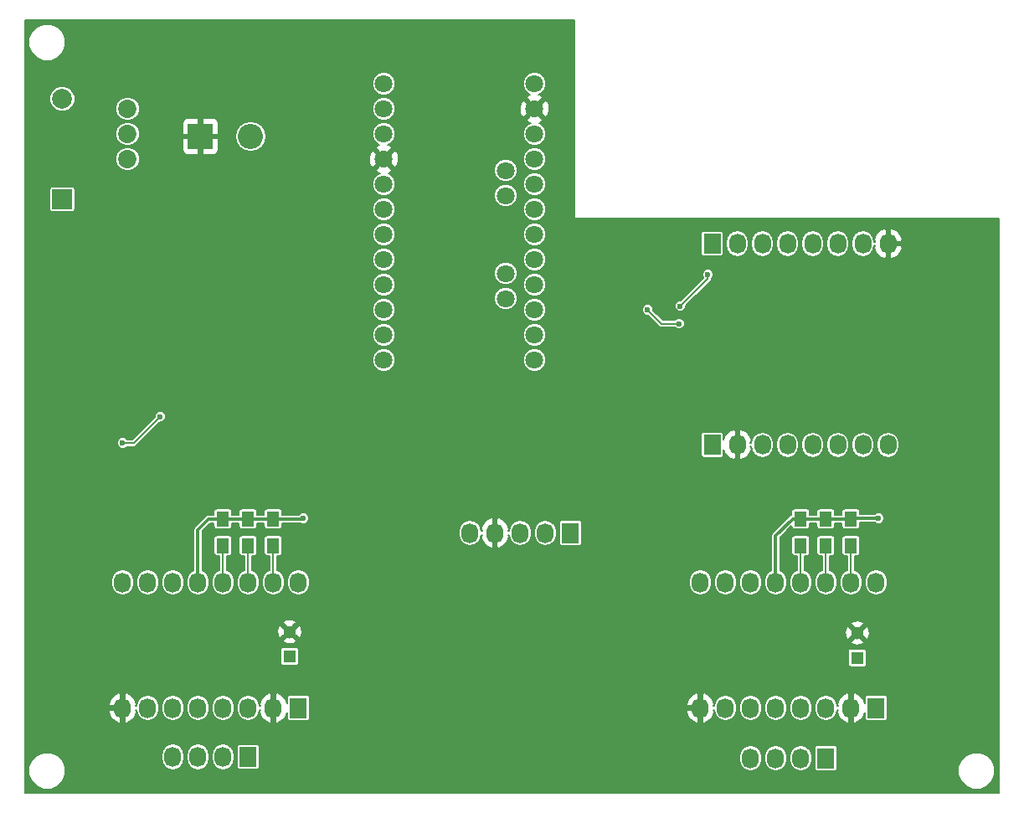
<source format=gbl>
G04 #@! TF.FileFunction,Copper,L2,Bot,Signal*
%FSLAX46Y46*%
G04 Gerber Fmt 4.6, Leading zero omitted, Abs format (unit mm)*
G04 Created by KiCad (PCBNEW 4.0.5) date Tuesday, September 05, 2017 'PMt' 07:35:30 PM*
%MOMM*%
%LPD*%
G01*
G04 APERTURE LIST*
%ADD10C,0.100000*%
%ADD11C,1.300000*%
%ADD12R,1.300000X1.300000*%
%ADD13C,1.998980*%
%ADD14R,1.998980X1.998980*%
%ADD15R,1.727200X2.032000*%
%ADD16O,1.727200X2.032000*%
%ADD17R,2.540000X2.540000*%
%ADD18O,2.540000X2.540000*%
%ADD19R,1.300000X1.500000*%
%ADD20C,1.854200*%
%ADD21C,1.800000*%
%ADD22C,0.600000*%
%ADD23C,0.304800*%
%ADD24C,0.203200*%
%ADD25C,0.152400*%
G04 APERTURE END LIST*
D10*
D11*
X191135000Y-102910000D03*
D12*
X191135000Y-105410000D03*
D11*
X133731000Y-102783000D03*
D12*
X133731000Y-105283000D03*
D13*
X110741460Y-48895000D03*
D14*
X110741460Y-59055000D03*
D15*
X129540000Y-115443000D03*
D16*
X127000000Y-115443000D03*
X124460000Y-115443000D03*
X121920000Y-115443000D03*
D15*
X187960000Y-115570000D03*
D16*
X185420000Y-115570000D03*
X182880000Y-115570000D03*
X180340000Y-115570000D03*
D17*
X124714000Y-52705000D03*
D18*
X129794000Y-52705000D03*
D19*
X185420000Y-91360000D03*
X185420000Y-94060000D03*
X187960000Y-94060000D03*
X187960000Y-91360000D03*
X190500000Y-91360000D03*
X190500000Y-94060000D03*
D20*
X117348000Y-54991000D03*
X117348000Y-49911000D03*
X117348000Y-52451000D03*
D15*
X176470000Y-63540000D03*
D16*
X179010000Y-63540000D03*
X181550000Y-63540000D03*
X184090000Y-63540000D03*
X186630000Y-63540000D03*
X189170000Y-63540000D03*
X191710000Y-63540000D03*
X194250000Y-63540000D03*
X116840000Y-110490000D03*
X119380000Y-110490000D03*
X121920000Y-110490000D03*
X124460000Y-110490000D03*
X127000000Y-110490000D03*
X129540000Y-110490000D03*
X132080000Y-110490000D03*
D15*
X134620000Y-110490000D03*
D16*
X134620000Y-97790000D03*
X132080000Y-97790000D03*
X129540000Y-97790000D03*
X127000000Y-97790000D03*
X124460000Y-97790000D03*
X121920000Y-97790000D03*
X119380000Y-97790000D03*
X116840000Y-97790000D03*
X175260000Y-110490000D03*
X177800000Y-110490000D03*
X180340000Y-110490000D03*
X182880000Y-110490000D03*
X185420000Y-110490000D03*
X187960000Y-110490000D03*
X190500000Y-110490000D03*
D15*
X193040000Y-110490000D03*
D16*
X193040000Y-97790000D03*
X190500000Y-97790000D03*
X187960000Y-97790000D03*
X185420000Y-97790000D03*
X182880000Y-97790000D03*
X180340000Y-97790000D03*
X177800000Y-97790000D03*
X175260000Y-97790000D03*
D21*
X155575000Y-66548000D03*
X155575000Y-69088000D03*
X155575000Y-58674000D03*
X155575000Y-56134000D03*
X158496000Y-75311000D03*
X158496000Y-72771000D03*
X158496000Y-67691000D03*
X158496000Y-70231000D03*
X158496000Y-60071000D03*
X158496000Y-57531000D03*
X158496000Y-62611000D03*
X158496000Y-65151000D03*
X158496000Y-54991000D03*
X158496000Y-52451000D03*
X158496000Y-47371000D03*
X158496000Y-49911000D03*
X143256000Y-49911000D03*
X143256000Y-47371000D03*
X143256000Y-52451000D03*
X143256000Y-54991000D03*
X143256000Y-65151000D03*
X143256000Y-62611000D03*
X143256000Y-57531000D03*
X143256000Y-60071000D03*
X143256000Y-70231000D03*
X143256000Y-67691000D03*
X143256000Y-72771000D03*
X143256000Y-75311000D03*
D15*
X162122000Y-92790000D03*
D16*
X159582000Y-92790000D03*
X157042000Y-92790000D03*
X154502000Y-92790000D03*
X151962000Y-92790000D03*
D15*
X176470000Y-83870000D03*
D16*
X179010000Y-83870000D03*
X181550000Y-83870000D03*
X184090000Y-83870000D03*
X186630000Y-83870000D03*
X189170000Y-83870000D03*
X191710000Y-83870000D03*
X194250000Y-83870000D03*
D19*
X127000000Y-91360000D03*
X127000000Y-94060000D03*
X129540000Y-94060000D03*
X129540000Y-91360000D03*
X132080000Y-91360000D03*
X132080000Y-94060000D03*
D22*
X140081000Y-44196000D03*
X193294000Y-91313000D03*
X135128000Y-91313000D03*
X176022000Y-66675000D03*
X173228000Y-69850000D03*
X173101000Y-71628000D03*
X169926000Y-70231000D03*
X116840000Y-83693000D03*
X120650000Y-81026000D03*
D23*
X187960000Y-91360000D02*
X185420000Y-91360000D01*
X190500000Y-91360000D02*
X187960000Y-91360000D01*
X193294000Y-91313000D02*
X190547000Y-91313000D01*
X190547000Y-91313000D02*
X190500000Y-91360000D01*
X193294000Y-91313000D02*
X193247000Y-91360000D01*
X185420000Y-91360000D02*
X184611000Y-91360000D01*
X184611000Y-91360000D02*
X182880000Y-93091000D01*
X182880000Y-93091000D02*
X182880000Y-97790000D01*
X127000000Y-91360000D02*
X125556000Y-91360000D01*
X124460000Y-92456000D02*
X124460000Y-97790000D01*
X125556000Y-91360000D02*
X124460000Y-92456000D01*
X129540000Y-91360000D02*
X127000000Y-91360000D01*
X132080000Y-91360000D02*
X129540000Y-91360000D01*
X135081000Y-91360000D02*
X132080000Y-91360000D01*
X135128000Y-91313000D02*
X135081000Y-91360000D01*
D24*
X185420000Y-94060000D02*
X185420000Y-97790000D01*
X187960000Y-94060000D02*
X187960000Y-97790000D01*
X190500000Y-94060000D02*
X190500000Y-97790000D01*
X176022000Y-67056000D02*
X176022000Y-66675000D01*
X173228000Y-69850000D02*
X176022000Y-67056000D01*
X171323000Y-71628000D02*
X173101000Y-71628000D01*
X169926000Y-70231000D02*
X171323000Y-71628000D01*
X117983000Y-83693000D02*
X116840000Y-83693000D01*
X120650000Y-81026000D02*
X117983000Y-83693000D01*
X127000000Y-94060000D02*
X127000000Y-97790000D01*
X129540000Y-94060000D02*
X129540000Y-97790000D01*
X132080000Y-94060000D02*
X132080000Y-97790000D01*
D25*
G36*
X162483800Y-60960000D02*
X162489803Y-60989646D01*
X162506868Y-61014621D01*
X162532305Y-61030989D01*
X162560000Y-61036200D01*
X205436400Y-61036200D01*
X205436400Y-119076400D01*
X106983600Y-119076400D01*
X106983600Y-117209720D01*
X107352776Y-117209720D01*
X107636396Y-117896132D01*
X108161105Y-118421758D01*
X108847021Y-118706575D01*
X109589720Y-118707224D01*
X110276132Y-118423604D01*
X110801758Y-117898895D01*
X111086575Y-117212979D01*
X111086577Y-117209720D01*
X201332776Y-117209720D01*
X201616396Y-117896132D01*
X202141105Y-118421758D01*
X202827021Y-118706575D01*
X203569720Y-118707224D01*
X204256132Y-118423604D01*
X204781758Y-117898895D01*
X205066575Y-117212979D01*
X205067224Y-116470280D01*
X204783604Y-115783868D01*
X204258895Y-115258242D01*
X203572979Y-114973425D01*
X202830280Y-114972776D01*
X202143868Y-115256396D01*
X201618242Y-115781105D01*
X201333425Y-116467021D01*
X201332776Y-117209720D01*
X111086577Y-117209720D01*
X111087224Y-116470280D01*
X110803604Y-115783868D01*
X110285863Y-115265222D01*
X120777000Y-115265222D01*
X120777000Y-115620778D01*
X120864006Y-116058185D01*
X121111777Y-116429001D01*
X121482593Y-116676772D01*
X121920000Y-116763778D01*
X122357407Y-116676772D01*
X122728223Y-116429001D01*
X122975994Y-116058185D01*
X123063000Y-115620778D01*
X123063000Y-115265222D01*
X123317000Y-115265222D01*
X123317000Y-115620778D01*
X123404006Y-116058185D01*
X123651777Y-116429001D01*
X124022593Y-116676772D01*
X124460000Y-116763778D01*
X124897407Y-116676772D01*
X125268223Y-116429001D01*
X125515994Y-116058185D01*
X125603000Y-115620778D01*
X125603000Y-115265222D01*
X125857000Y-115265222D01*
X125857000Y-115620778D01*
X125944006Y-116058185D01*
X126191777Y-116429001D01*
X126562593Y-116676772D01*
X127000000Y-116763778D01*
X127437407Y-116676772D01*
X127808223Y-116429001D01*
X128055994Y-116058185D01*
X128143000Y-115620778D01*
X128143000Y-115265222D01*
X128055994Y-114827815D01*
X127808223Y-114456999D01*
X127763327Y-114427000D01*
X128391527Y-114427000D01*
X128391527Y-116459000D01*
X128411009Y-116562539D01*
X128472201Y-116657634D01*
X128565568Y-116721429D01*
X128676400Y-116743873D01*
X130403600Y-116743873D01*
X130507139Y-116724391D01*
X130602234Y-116663199D01*
X130666029Y-116569832D01*
X130688473Y-116459000D01*
X130688473Y-115392222D01*
X179197000Y-115392222D01*
X179197000Y-115747778D01*
X179284006Y-116185185D01*
X179531777Y-116556001D01*
X179902593Y-116803772D01*
X180340000Y-116890778D01*
X180777407Y-116803772D01*
X181148223Y-116556001D01*
X181395994Y-116185185D01*
X181483000Y-115747778D01*
X181483000Y-115392222D01*
X181737000Y-115392222D01*
X181737000Y-115747778D01*
X181824006Y-116185185D01*
X182071777Y-116556001D01*
X182442593Y-116803772D01*
X182880000Y-116890778D01*
X183317407Y-116803772D01*
X183688223Y-116556001D01*
X183935994Y-116185185D01*
X184023000Y-115747778D01*
X184023000Y-115392222D01*
X184277000Y-115392222D01*
X184277000Y-115747778D01*
X184364006Y-116185185D01*
X184611777Y-116556001D01*
X184982593Y-116803772D01*
X185420000Y-116890778D01*
X185857407Y-116803772D01*
X186228223Y-116556001D01*
X186475994Y-116185185D01*
X186563000Y-115747778D01*
X186563000Y-115392222D01*
X186475994Y-114954815D01*
X186228223Y-114583999D01*
X186183327Y-114554000D01*
X186811527Y-114554000D01*
X186811527Y-116586000D01*
X186831009Y-116689539D01*
X186892201Y-116784634D01*
X186985568Y-116848429D01*
X187096400Y-116870873D01*
X188823600Y-116870873D01*
X188927139Y-116851391D01*
X189022234Y-116790199D01*
X189086029Y-116696832D01*
X189108473Y-116586000D01*
X189108473Y-114554000D01*
X189088991Y-114450461D01*
X189027799Y-114355366D01*
X188934432Y-114291571D01*
X188823600Y-114269127D01*
X187096400Y-114269127D01*
X186992861Y-114288609D01*
X186897766Y-114349801D01*
X186833971Y-114443168D01*
X186811527Y-114554000D01*
X186183327Y-114554000D01*
X185857407Y-114336228D01*
X185420000Y-114249222D01*
X184982593Y-114336228D01*
X184611777Y-114583999D01*
X184364006Y-114954815D01*
X184277000Y-115392222D01*
X184023000Y-115392222D01*
X183935994Y-114954815D01*
X183688223Y-114583999D01*
X183317407Y-114336228D01*
X182880000Y-114249222D01*
X182442593Y-114336228D01*
X182071777Y-114583999D01*
X181824006Y-114954815D01*
X181737000Y-115392222D01*
X181483000Y-115392222D01*
X181395994Y-114954815D01*
X181148223Y-114583999D01*
X180777407Y-114336228D01*
X180340000Y-114249222D01*
X179902593Y-114336228D01*
X179531777Y-114583999D01*
X179284006Y-114954815D01*
X179197000Y-115392222D01*
X130688473Y-115392222D01*
X130688473Y-114427000D01*
X130668991Y-114323461D01*
X130607799Y-114228366D01*
X130514432Y-114164571D01*
X130403600Y-114142127D01*
X128676400Y-114142127D01*
X128572861Y-114161609D01*
X128477766Y-114222801D01*
X128413971Y-114316168D01*
X128391527Y-114427000D01*
X127763327Y-114427000D01*
X127437407Y-114209228D01*
X127000000Y-114122222D01*
X126562593Y-114209228D01*
X126191777Y-114456999D01*
X125944006Y-114827815D01*
X125857000Y-115265222D01*
X125603000Y-115265222D01*
X125515994Y-114827815D01*
X125268223Y-114456999D01*
X124897407Y-114209228D01*
X124460000Y-114122222D01*
X124022593Y-114209228D01*
X123651777Y-114456999D01*
X123404006Y-114827815D01*
X123317000Y-115265222D01*
X123063000Y-115265222D01*
X122975994Y-114827815D01*
X122728223Y-114456999D01*
X122357407Y-114209228D01*
X121920000Y-114122222D01*
X121482593Y-114209228D01*
X121111777Y-114456999D01*
X120864006Y-114827815D01*
X120777000Y-115265222D01*
X110285863Y-115265222D01*
X110278895Y-115258242D01*
X109592979Y-114973425D01*
X108850280Y-114972776D01*
X108163868Y-115256396D01*
X107638242Y-115781105D01*
X107353425Y-116467021D01*
X107352776Y-117209720D01*
X106983600Y-117209720D01*
X106983600Y-110893729D01*
X115415538Y-110893729D01*
X115620148Y-111419716D01*
X116010470Y-111827363D01*
X116439618Y-112033737D01*
X116662200Y-111931950D01*
X116662200Y-110667800D01*
X115539809Y-110667800D01*
X115415538Y-110893729D01*
X106983600Y-110893729D01*
X106983600Y-110086271D01*
X115415538Y-110086271D01*
X115539809Y-110312200D01*
X116662200Y-110312200D01*
X116662200Y-109048050D01*
X117017800Y-109048050D01*
X117017800Y-110312200D01*
X117037800Y-110312200D01*
X117037800Y-110667800D01*
X117017800Y-110667800D01*
X117017800Y-111931950D01*
X117240382Y-112033737D01*
X117669530Y-111827363D01*
X118059852Y-111419716D01*
X118264462Y-110893729D01*
X118140192Y-110667802D01*
X118237005Y-110667802D01*
X118324006Y-111105185D01*
X118571777Y-111476001D01*
X118942593Y-111723772D01*
X119380000Y-111810778D01*
X119817407Y-111723772D01*
X120188223Y-111476001D01*
X120435994Y-111105185D01*
X120523000Y-110667778D01*
X120523000Y-110312222D01*
X120777000Y-110312222D01*
X120777000Y-110667778D01*
X120864006Y-111105185D01*
X121111777Y-111476001D01*
X121482593Y-111723772D01*
X121920000Y-111810778D01*
X122357407Y-111723772D01*
X122728223Y-111476001D01*
X122975994Y-111105185D01*
X123063000Y-110667778D01*
X123063000Y-110312222D01*
X123317000Y-110312222D01*
X123317000Y-110667778D01*
X123404006Y-111105185D01*
X123651777Y-111476001D01*
X124022593Y-111723772D01*
X124460000Y-111810778D01*
X124897407Y-111723772D01*
X125268223Y-111476001D01*
X125515994Y-111105185D01*
X125603000Y-110667778D01*
X125603000Y-110312222D01*
X125857000Y-110312222D01*
X125857000Y-110667778D01*
X125944006Y-111105185D01*
X126191777Y-111476001D01*
X126562593Y-111723772D01*
X127000000Y-111810778D01*
X127437407Y-111723772D01*
X127808223Y-111476001D01*
X128055994Y-111105185D01*
X128143000Y-110667778D01*
X128143000Y-110312222D01*
X128397000Y-110312222D01*
X128397000Y-110667778D01*
X128484006Y-111105185D01*
X128731777Y-111476001D01*
X129102593Y-111723772D01*
X129540000Y-111810778D01*
X129977407Y-111723772D01*
X130348223Y-111476001D01*
X130595994Y-111105185D01*
X130682995Y-110667802D01*
X130779808Y-110667802D01*
X130655538Y-110893729D01*
X130860148Y-111419716D01*
X131250470Y-111827363D01*
X131679618Y-112033737D01*
X131902200Y-111931950D01*
X131902200Y-110667800D01*
X131882200Y-110667800D01*
X131882200Y-110312200D01*
X131902200Y-110312200D01*
X131902200Y-109048050D01*
X132257800Y-109048050D01*
X132257800Y-110312200D01*
X132277800Y-110312200D01*
X132277800Y-110667800D01*
X132257800Y-110667800D01*
X132257800Y-111931950D01*
X132480382Y-112033737D01*
X132909530Y-111827363D01*
X133299852Y-111419716D01*
X133471527Y-110978394D01*
X133471527Y-111506000D01*
X133491009Y-111609539D01*
X133552201Y-111704634D01*
X133645568Y-111768429D01*
X133756400Y-111790873D01*
X135483600Y-111790873D01*
X135587139Y-111771391D01*
X135682234Y-111710199D01*
X135746029Y-111616832D01*
X135768473Y-111506000D01*
X135768473Y-110893729D01*
X173835538Y-110893729D01*
X174040148Y-111419716D01*
X174430470Y-111827363D01*
X174859618Y-112033737D01*
X175082200Y-111931950D01*
X175082200Y-110667800D01*
X173959809Y-110667800D01*
X173835538Y-110893729D01*
X135768473Y-110893729D01*
X135768473Y-110086271D01*
X173835538Y-110086271D01*
X173959809Y-110312200D01*
X175082200Y-110312200D01*
X175082200Y-109048050D01*
X175437800Y-109048050D01*
X175437800Y-110312200D01*
X175457800Y-110312200D01*
X175457800Y-110667800D01*
X175437800Y-110667800D01*
X175437800Y-111931950D01*
X175660382Y-112033737D01*
X176089530Y-111827363D01*
X176479852Y-111419716D01*
X176684462Y-110893729D01*
X176560192Y-110667802D01*
X176657005Y-110667802D01*
X176744006Y-111105185D01*
X176991777Y-111476001D01*
X177362593Y-111723772D01*
X177800000Y-111810778D01*
X178237407Y-111723772D01*
X178608223Y-111476001D01*
X178855994Y-111105185D01*
X178943000Y-110667778D01*
X178943000Y-110312222D01*
X179197000Y-110312222D01*
X179197000Y-110667778D01*
X179284006Y-111105185D01*
X179531777Y-111476001D01*
X179902593Y-111723772D01*
X180340000Y-111810778D01*
X180777407Y-111723772D01*
X181148223Y-111476001D01*
X181395994Y-111105185D01*
X181483000Y-110667778D01*
X181483000Y-110312222D01*
X181737000Y-110312222D01*
X181737000Y-110667778D01*
X181824006Y-111105185D01*
X182071777Y-111476001D01*
X182442593Y-111723772D01*
X182880000Y-111810778D01*
X183317407Y-111723772D01*
X183688223Y-111476001D01*
X183935994Y-111105185D01*
X184023000Y-110667778D01*
X184023000Y-110312222D01*
X184277000Y-110312222D01*
X184277000Y-110667778D01*
X184364006Y-111105185D01*
X184611777Y-111476001D01*
X184982593Y-111723772D01*
X185420000Y-111810778D01*
X185857407Y-111723772D01*
X186228223Y-111476001D01*
X186475994Y-111105185D01*
X186563000Y-110667778D01*
X186563000Y-110312222D01*
X186817000Y-110312222D01*
X186817000Y-110667778D01*
X186904006Y-111105185D01*
X187151777Y-111476001D01*
X187522593Y-111723772D01*
X187960000Y-111810778D01*
X188397407Y-111723772D01*
X188768223Y-111476001D01*
X189015994Y-111105185D01*
X189102995Y-110667802D01*
X189199808Y-110667802D01*
X189075538Y-110893729D01*
X189280148Y-111419716D01*
X189670470Y-111827363D01*
X190099618Y-112033737D01*
X190322200Y-111931950D01*
X190322200Y-110667800D01*
X190302200Y-110667800D01*
X190302200Y-110312200D01*
X190322200Y-110312200D01*
X190322200Y-109048050D01*
X190677800Y-109048050D01*
X190677800Y-110312200D01*
X190697800Y-110312200D01*
X190697800Y-110667800D01*
X190677800Y-110667800D01*
X190677800Y-111931950D01*
X190900382Y-112033737D01*
X191329530Y-111827363D01*
X191719852Y-111419716D01*
X191891527Y-110978394D01*
X191891527Y-111506000D01*
X191911009Y-111609539D01*
X191972201Y-111704634D01*
X192065568Y-111768429D01*
X192176400Y-111790873D01*
X193903600Y-111790873D01*
X194007139Y-111771391D01*
X194102234Y-111710199D01*
X194166029Y-111616832D01*
X194188473Y-111506000D01*
X194188473Y-109474000D01*
X194168991Y-109370461D01*
X194107799Y-109275366D01*
X194014432Y-109211571D01*
X193903600Y-109189127D01*
X192176400Y-109189127D01*
X192072861Y-109208609D01*
X191977766Y-109269801D01*
X191913971Y-109363168D01*
X191891527Y-109474000D01*
X191891527Y-110001606D01*
X191719852Y-109560284D01*
X191329530Y-109152637D01*
X190900382Y-108946263D01*
X190677800Y-109048050D01*
X190322200Y-109048050D01*
X190099618Y-108946263D01*
X189670470Y-109152637D01*
X189280148Y-109560284D01*
X189075538Y-110086271D01*
X189199808Y-110312198D01*
X189102995Y-110312198D01*
X189015994Y-109874815D01*
X188768223Y-109503999D01*
X188397407Y-109256228D01*
X187960000Y-109169222D01*
X187522593Y-109256228D01*
X187151777Y-109503999D01*
X186904006Y-109874815D01*
X186817000Y-110312222D01*
X186563000Y-110312222D01*
X186475994Y-109874815D01*
X186228223Y-109503999D01*
X185857407Y-109256228D01*
X185420000Y-109169222D01*
X184982593Y-109256228D01*
X184611777Y-109503999D01*
X184364006Y-109874815D01*
X184277000Y-110312222D01*
X184023000Y-110312222D01*
X183935994Y-109874815D01*
X183688223Y-109503999D01*
X183317407Y-109256228D01*
X182880000Y-109169222D01*
X182442593Y-109256228D01*
X182071777Y-109503999D01*
X181824006Y-109874815D01*
X181737000Y-110312222D01*
X181483000Y-110312222D01*
X181395994Y-109874815D01*
X181148223Y-109503999D01*
X180777407Y-109256228D01*
X180340000Y-109169222D01*
X179902593Y-109256228D01*
X179531777Y-109503999D01*
X179284006Y-109874815D01*
X179197000Y-110312222D01*
X178943000Y-110312222D01*
X178855994Y-109874815D01*
X178608223Y-109503999D01*
X178237407Y-109256228D01*
X177800000Y-109169222D01*
X177362593Y-109256228D01*
X176991777Y-109503999D01*
X176744006Y-109874815D01*
X176657005Y-110312198D01*
X176560192Y-110312198D01*
X176684462Y-110086271D01*
X176479852Y-109560284D01*
X176089530Y-109152637D01*
X175660382Y-108946263D01*
X175437800Y-109048050D01*
X175082200Y-109048050D01*
X174859618Y-108946263D01*
X174430470Y-109152637D01*
X174040148Y-109560284D01*
X173835538Y-110086271D01*
X135768473Y-110086271D01*
X135768473Y-109474000D01*
X135748991Y-109370461D01*
X135687799Y-109275366D01*
X135594432Y-109211571D01*
X135483600Y-109189127D01*
X133756400Y-109189127D01*
X133652861Y-109208609D01*
X133557766Y-109269801D01*
X133493971Y-109363168D01*
X133471527Y-109474000D01*
X133471527Y-110001606D01*
X133299852Y-109560284D01*
X132909530Y-109152637D01*
X132480382Y-108946263D01*
X132257800Y-109048050D01*
X131902200Y-109048050D01*
X131679618Y-108946263D01*
X131250470Y-109152637D01*
X130860148Y-109560284D01*
X130655538Y-110086271D01*
X130779808Y-110312198D01*
X130682995Y-110312198D01*
X130595994Y-109874815D01*
X130348223Y-109503999D01*
X129977407Y-109256228D01*
X129540000Y-109169222D01*
X129102593Y-109256228D01*
X128731777Y-109503999D01*
X128484006Y-109874815D01*
X128397000Y-110312222D01*
X128143000Y-110312222D01*
X128055994Y-109874815D01*
X127808223Y-109503999D01*
X127437407Y-109256228D01*
X127000000Y-109169222D01*
X126562593Y-109256228D01*
X126191777Y-109503999D01*
X125944006Y-109874815D01*
X125857000Y-110312222D01*
X125603000Y-110312222D01*
X125515994Y-109874815D01*
X125268223Y-109503999D01*
X124897407Y-109256228D01*
X124460000Y-109169222D01*
X124022593Y-109256228D01*
X123651777Y-109503999D01*
X123404006Y-109874815D01*
X123317000Y-110312222D01*
X123063000Y-110312222D01*
X122975994Y-109874815D01*
X122728223Y-109503999D01*
X122357407Y-109256228D01*
X121920000Y-109169222D01*
X121482593Y-109256228D01*
X121111777Y-109503999D01*
X120864006Y-109874815D01*
X120777000Y-110312222D01*
X120523000Y-110312222D01*
X120435994Y-109874815D01*
X120188223Y-109503999D01*
X119817407Y-109256228D01*
X119380000Y-109169222D01*
X118942593Y-109256228D01*
X118571777Y-109503999D01*
X118324006Y-109874815D01*
X118237005Y-110312198D01*
X118140192Y-110312198D01*
X118264462Y-110086271D01*
X118059852Y-109560284D01*
X117669530Y-109152637D01*
X117240382Y-108946263D01*
X117017800Y-109048050D01*
X116662200Y-109048050D01*
X116439618Y-108946263D01*
X116010470Y-109152637D01*
X115620148Y-109560284D01*
X115415538Y-110086271D01*
X106983600Y-110086271D01*
X106983600Y-104633000D01*
X132796127Y-104633000D01*
X132796127Y-105933000D01*
X132815609Y-106036539D01*
X132876801Y-106131634D01*
X132970168Y-106195429D01*
X133081000Y-106217873D01*
X134381000Y-106217873D01*
X134484539Y-106198391D01*
X134579634Y-106137199D01*
X134643429Y-106043832D01*
X134665873Y-105933000D01*
X134665873Y-104760000D01*
X190200127Y-104760000D01*
X190200127Y-106060000D01*
X190219609Y-106163539D01*
X190280801Y-106258634D01*
X190374168Y-106322429D01*
X190485000Y-106344873D01*
X191785000Y-106344873D01*
X191888539Y-106325391D01*
X191983634Y-106264199D01*
X192047429Y-106170832D01*
X192069873Y-106060000D01*
X192069873Y-104760000D01*
X192050391Y-104656461D01*
X191989199Y-104561366D01*
X191895832Y-104497571D01*
X191785000Y-104475127D01*
X190485000Y-104475127D01*
X190381461Y-104494609D01*
X190286366Y-104555801D01*
X190222571Y-104649168D01*
X190200127Y-104760000D01*
X134665873Y-104760000D01*
X134665873Y-104633000D01*
X134646391Y-104529461D01*
X134585199Y-104434366D01*
X134491832Y-104370571D01*
X134381000Y-104348127D01*
X133081000Y-104348127D01*
X132977461Y-104367609D01*
X132882366Y-104428801D01*
X132818571Y-104522168D01*
X132796127Y-104633000D01*
X106983600Y-104633000D01*
X106983600Y-103685146D01*
X133080301Y-103685146D01*
X133142607Y-103895345D01*
X133613072Y-104035842D01*
X134101490Y-103985605D01*
X134319393Y-103895345D01*
X134344054Y-103812146D01*
X190484301Y-103812146D01*
X190546607Y-104022345D01*
X191017072Y-104162842D01*
X191505490Y-104112605D01*
X191723393Y-104022345D01*
X191785699Y-103812146D01*
X191135000Y-103161447D01*
X190484301Y-103812146D01*
X134344054Y-103812146D01*
X134381699Y-103685146D01*
X133731000Y-103034447D01*
X133080301Y-103685146D01*
X106983600Y-103685146D01*
X106983600Y-102665072D01*
X132478158Y-102665072D01*
X132528395Y-103153490D01*
X132618655Y-103371393D01*
X132828854Y-103433699D01*
X133479553Y-102783000D01*
X133982447Y-102783000D01*
X134633146Y-103433699D01*
X134843345Y-103371393D01*
X134983842Y-102900928D01*
X134972646Y-102792072D01*
X189882158Y-102792072D01*
X189932395Y-103280490D01*
X190022655Y-103498393D01*
X190232854Y-103560699D01*
X190883553Y-102910000D01*
X191386447Y-102910000D01*
X192037146Y-103560699D01*
X192247345Y-103498393D01*
X192387842Y-103027928D01*
X192337605Y-102539510D01*
X192247345Y-102321607D01*
X192037146Y-102259301D01*
X191386447Y-102910000D01*
X190883553Y-102910000D01*
X190232854Y-102259301D01*
X190022655Y-102321607D01*
X189882158Y-102792072D01*
X134972646Y-102792072D01*
X134933605Y-102412510D01*
X134843345Y-102194607D01*
X134633146Y-102132301D01*
X133982447Y-102783000D01*
X133479553Y-102783000D01*
X132828854Y-102132301D01*
X132618655Y-102194607D01*
X132478158Y-102665072D01*
X106983600Y-102665072D01*
X106983600Y-101880854D01*
X133080301Y-101880854D01*
X133731000Y-102531553D01*
X134254699Y-102007854D01*
X190484301Y-102007854D01*
X191135000Y-102658553D01*
X191785699Y-102007854D01*
X191723393Y-101797655D01*
X191252928Y-101657158D01*
X190764510Y-101707395D01*
X190546607Y-101797655D01*
X190484301Y-102007854D01*
X134254699Y-102007854D01*
X134381699Y-101880854D01*
X134319393Y-101670655D01*
X133848928Y-101530158D01*
X133360510Y-101580395D01*
X133142607Y-101670655D01*
X133080301Y-101880854D01*
X106983600Y-101880854D01*
X106983600Y-97612222D01*
X115697000Y-97612222D01*
X115697000Y-97967778D01*
X115784006Y-98405185D01*
X116031777Y-98776001D01*
X116402593Y-99023772D01*
X116840000Y-99110778D01*
X117277407Y-99023772D01*
X117648223Y-98776001D01*
X117895994Y-98405185D01*
X117983000Y-97967778D01*
X117983000Y-97612222D01*
X118237000Y-97612222D01*
X118237000Y-97967778D01*
X118324006Y-98405185D01*
X118571777Y-98776001D01*
X118942593Y-99023772D01*
X119380000Y-99110778D01*
X119817407Y-99023772D01*
X120188223Y-98776001D01*
X120435994Y-98405185D01*
X120523000Y-97967778D01*
X120523000Y-97612222D01*
X120777000Y-97612222D01*
X120777000Y-97967778D01*
X120864006Y-98405185D01*
X121111777Y-98776001D01*
X121482593Y-99023772D01*
X121920000Y-99110778D01*
X122357407Y-99023772D01*
X122728223Y-98776001D01*
X122975994Y-98405185D01*
X123063000Y-97967778D01*
X123063000Y-97612222D01*
X123317000Y-97612222D01*
X123317000Y-97967778D01*
X123404006Y-98405185D01*
X123651777Y-98776001D01*
X124022593Y-99023772D01*
X124460000Y-99110778D01*
X124897407Y-99023772D01*
X125268223Y-98776001D01*
X125515994Y-98405185D01*
X125603000Y-97967778D01*
X125603000Y-97612222D01*
X125857000Y-97612222D01*
X125857000Y-97967778D01*
X125944006Y-98405185D01*
X126191777Y-98776001D01*
X126562593Y-99023772D01*
X127000000Y-99110778D01*
X127437407Y-99023772D01*
X127808223Y-98776001D01*
X128055994Y-98405185D01*
X128143000Y-97967778D01*
X128143000Y-97612222D01*
X128397000Y-97612222D01*
X128397000Y-97967778D01*
X128484006Y-98405185D01*
X128731777Y-98776001D01*
X129102593Y-99023772D01*
X129540000Y-99110778D01*
X129977407Y-99023772D01*
X130348223Y-98776001D01*
X130595994Y-98405185D01*
X130683000Y-97967778D01*
X130683000Y-97612222D01*
X130937000Y-97612222D01*
X130937000Y-97967778D01*
X131024006Y-98405185D01*
X131271777Y-98776001D01*
X131642593Y-99023772D01*
X132080000Y-99110778D01*
X132517407Y-99023772D01*
X132888223Y-98776001D01*
X133135994Y-98405185D01*
X133223000Y-97967778D01*
X133223000Y-97612222D01*
X133477000Y-97612222D01*
X133477000Y-97967778D01*
X133564006Y-98405185D01*
X133811777Y-98776001D01*
X134182593Y-99023772D01*
X134620000Y-99110778D01*
X135057407Y-99023772D01*
X135428223Y-98776001D01*
X135675994Y-98405185D01*
X135763000Y-97967778D01*
X135763000Y-97612222D01*
X174117000Y-97612222D01*
X174117000Y-97967778D01*
X174204006Y-98405185D01*
X174451777Y-98776001D01*
X174822593Y-99023772D01*
X175260000Y-99110778D01*
X175697407Y-99023772D01*
X176068223Y-98776001D01*
X176315994Y-98405185D01*
X176403000Y-97967778D01*
X176403000Y-97612222D01*
X176657000Y-97612222D01*
X176657000Y-97967778D01*
X176744006Y-98405185D01*
X176991777Y-98776001D01*
X177362593Y-99023772D01*
X177800000Y-99110778D01*
X178237407Y-99023772D01*
X178608223Y-98776001D01*
X178855994Y-98405185D01*
X178943000Y-97967778D01*
X178943000Y-97612222D01*
X179197000Y-97612222D01*
X179197000Y-97967778D01*
X179284006Y-98405185D01*
X179531777Y-98776001D01*
X179902593Y-99023772D01*
X180340000Y-99110778D01*
X180777407Y-99023772D01*
X181148223Y-98776001D01*
X181395994Y-98405185D01*
X181483000Y-97967778D01*
X181483000Y-97612222D01*
X181737000Y-97612222D01*
X181737000Y-97967778D01*
X181824006Y-98405185D01*
X182071777Y-98776001D01*
X182442593Y-99023772D01*
X182880000Y-99110778D01*
X183317407Y-99023772D01*
X183688223Y-98776001D01*
X183935994Y-98405185D01*
X184023000Y-97967778D01*
X184023000Y-97612222D01*
X184277000Y-97612222D01*
X184277000Y-97967778D01*
X184364006Y-98405185D01*
X184611777Y-98776001D01*
X184982593Y-99023772D01*
X185420000Y-99110778D01*
X185857407Y-99023772D01*
X186228223Y-98776001D01*
X186475994Y-98405185D01*
X186563000Y-97967778D01*
X186563000Y-97612222D01*
X186817000Y-97612222D01*
X186817000Y-97967778D01*
X186904006Y-98405185D01*
X187151777Y-98776001D01*
X187522593Y-99023772D01*
X187960000Y-99110778D01*
X188397407Y-99023772D01*
X188768223Y-98776001D01*
X189015994Y-98405185D01*
X189103000Y-97967778D01*
X189103000Y-97612222D01*
X189357000Y-97612222D01*
X189357000Y-97967778D01*
X189444006Y-98405185D01*
X189691777Y-98776001D01*
X190062593Y-99023772D01*
X190500000Y-99110778D01*
X190937407Y-99023772D01*
X191308223Y-98776001D01*
X191555994Y-98405185D01*
X191643000Y-97967778D01*
X191643000Y-97612222D01*
X191897000Y-97612222D01*
X191897000Y-97967778D01*
X191984006Y-98405185D01*
X192231777Y-98776001D01*
X192602593Y-99023772D01*
X193040000Y-99110778D01*
X193477407Y-99023772D01*
X193848223Y-98776001D01*
X194095994Y-98405185D01*
X194183000Y-97967778D01*
X194183000Y-97612222D01*
X194095994Y-97174815D01*
X193848223Y-96803999D01*
X193477407Y-96556228D01*
X193040000Y-96469222D01*
X192602593Y-96556228D01*
X192231777Y-96803999D01*
X191984006Y-97174815D01*
X191897000Y-97612222D01*
X191643000Y-97612222D01*
X191555994Y-97174815D01*
X191308223Y-96803999D01*
X190937407Y-96556228D01*
X190881000Y-96545008D01*
X190881000Y-95094873D01*
X191150000Y-95094873D01*
X191253539Y-95075391D01*
X191348634Y-95014199D01*
X191412429Y-94920832D01*
X191434873Y-94810000D01*
X191434873Y-93310000D01*
X191415391Y-93206461D01*
X191354199Y-93111366D01*
X191260832Y-93047571D01*
X191150000Y-93025127D01*
X189850000Y-93025127D01*
X189746461Y-93044609D01*
X189651366Y-93105801D01*
X189587571Y-93199168D01*
X189565127Y-93310000D01*
X189565127Y-94810000D01*
X189584609Y-94913539D01*
X189645801Y-95008634D01*
X189739168Y-95072429D01*
X189850000Y-95094873D01*
X190119000Y-95094873D01*
X190119000Y-96545008D01*
X190062593Y-96556228D01*
X189691777Y-96803999D01*
X189444006Y-97174815D01*
X189357000Y-97612222D01*
X189103000Y-97612222D01*
X189015994Y-97174815D01*
X188768223Y-96803999D01*
X188397407Y-96556228D01*
X188341000Y-96545008D01*
X188341000Y-95094873D01*
X188610000Y-95094873D01*
X188713539Y-95075391D01*
X188808634Y-95014199D01*
X188872429Y-94920832D01*
X188894873Y-94810000D01*
X188894873Y-93310000D01*
X188875391Y-93206461D01*
X188814199Y-93111366D01*
X188720832Y-93047571D01*
X188610000Y-93025127D01*
X187310000Y-93025127D01*
X187206461Y-93044609D01*
X187111366Y-93105801D01*
X187047571Y-93199168D01*
X187025127Y-93310000D01*
X187025127Y-94810000D01*
X187044609Y-94913539D01*
X187105801Y-95008634D01*
X187199168Y-95072429D01*
X187310000Y-95094873D01*
X187579000Y-95094873D01*
X187579000Y-96545008D01*
X187522593Y-96556228D01*
X187151777Y-96803999D01*
X186904006Y-97174815D01*
X186817000Y-97612222D01*
X186563000Y-97612222D01*
X186475994Y-97174815D01*
X186228223Y-96803999D01*
X185857407Y-96556228D01*
X185801000Y-96545008D01*
X185801000Y-95094873D01*
X186070000Y-95094873D01*
X186173539Y-95075391D01*
X186268634Y-95014199D01*
X186332429Y-94920832D01*
X186354873Y-94810000D01*
X186354873Y-93310000D01*
X186335391Y-93206461D01*
X186274199Y-93111366D01*
X186180832Y-93047571D01*
X186070000Y-93025127D01*
X184770000Y-93025127D01*
X184666461Y-93044609D01*
X184571366Y-93105801D01*
X184507571Y-93199168D01*
X184485127Y-93310000D01*
X184485127Y-94810000D01*
X184504609Y-94913539D01*
X184565801Y-95008634D01*
X184659168Y-95072429D01*
X184770000Y-95094873D01*
X185039000Y-95094873D01*
X185039000Y-96545008D01*
X184982593Y-96556228D01*
X184611777Y-96803999D01*
X184364006Y-97174815D01*
X184277000Y-97612222D01*
X184023000Y-97612222D01*
X183935994Y-97174815D01*
X183688223Y-96803999D01*
X183317407Y-96556228D01*
X183311800Y-96555113D01*
X183311800Y-93269858D01*
X184485127Y-92096530D01*
X184485127Y-92110000D01*
X184504609Y-92213539D01*
X184565801Y-92308634D01*
X184659168Y-92372429D01*
X184770000Y-92394873D01*
X186070000Y-92394873D01*
X186173539Y-92375391D01*
X186268634Y-92314199D01*
X186332429Y-92220832D01*
X186354873Y-92110000D01*
X186354873Y-91791800D01*
X187025127Y-91791800D01*
X187025127Y-92110000D01*
X187044609Y-92213539D01*
X187105801Y-92308634D01*
X187199168Y-92372429D01*
X187310000Y-92394873D01*
X188610000Y-92394873D01*
X188713539Y-92375391D01*
X188808634Y-92314199D01*
X188872429Y-92220832D01*
X188894873Y-92110000D01*
X188894873Y-91791800D01*
X189565127Y-91791800D01*
X189565127Y-92110000D01*
X189584609Y-92213539D01*
X189645801Y-92308634D01*
X189739168Y-92372429D01*
X189850000Y-92394873D01*
X191150000Y-92394873D01*
X191253539Y-92375391D01*
X191348634Y-92314199D01*
X191412429Y-92220832D01*
X191434873Y-92110000D01*
X191434873Y-91744800D01*
X192906366Y-91744800D01*
X192965368Y-91803905D01*
X193178245Y-91892299D01*
X193408744Y-91892500D01*
X193621775Y-91804478D01*
X193784905Y-91641632D01*
X193873299Y-91428755D01*
X193873500Y-91198256D01*
X193785478Y-90985225D01*
X193622632Y-90822095D01*
X193409755Y-90733701D01*
X193179256Y-90733500D01*
X192966225Y-90821522D01*
X192906443Y-90881200D01*
X191434873Y-90881200D01*
X191434873Y-90610000D01*
X191415391Y-90506461D01*
X191354199Y-90411366D01*
X191260832Y-90347571D01*
X191150000Y-90325127D01*
X189850000Y-90325127D01*
X189746461Y-90344609D01*
X189651366Y-90405801D01*
X189587571Y-90499168D01*
X189565127Y-90610000D01*
X189565127Y-90928200D01*
X188894873Y-90928200D01*
X188894873Y-90610000D01*
X188875391Y-90506461D01*
X188814199Y-90411366D01*
X188720832Y-90347571D01*
X188610000Y-90325127D01*
X187310000Y-90325127D01*
X187206461Y-90344609D01*
X187111366Y-90405801D01*
X187047571Y-90499168D01*
X187025127Y-90610000D01*
X187025127Y-90928200D01*
X186354873Y-90928200D01*
X186354873Y-90610000D01*
X186335391Y-90506461D01*
X186274199Y-90411366D01*
X186180832Y-90347571D01*
X186070000Y-90325127D01*
X184770000Y-90325127D01*
X184666461Y-90344609D01*
X184571366Y-90405801D01*
X184507571Y-90499168D01*
X184485127Y-90610000D01*
X184485127Y-90953238D01*
X184473173Y-90955615D01*
X184445757Y-90961069D01*
X184305671Y-91054671D01*
X184305669Y-91054674D01*
X182574671Y-92785671D01*
X182481069Y-92925757D01*
X182448200Y-93091000D01*
X182448200Y-96555113D01*
X182442593Y-96556228D01*
X182071777Y-96803999D01*
X181824006Y-97174815D01*
X181737000Y-97612222D01*
X181483000Y-97612222D01*
X181395994Y-97174815D01*
X181148223Y-96803999D01*
X180777407Y-96556228D01*
X180340000Y-96469222D01*
X179902593Y-96556228D01*
X179531777Y-96803999D01*
X179284006Y-97174815D01*
X179197000Y-97612222D01*
X178943000Y-97612222D01*
X178855994Y-97174815D01*
X178608223Y-96803999D01*
X178237407Y-96556228D01*
X177800000Y-96469222D01*
X177362593Y-96556228D01*
X176991777Y-96803999D01*
X176744006Y-97174815D01*
X176657000Y-97612222D01*
X176403000Y-97612222D01*
X176315994Y-97174815D01*
X176068223Y-96803999D01*
X175697407Y-96556228D01*
X175260000Y-96469222D01*
X174822593Y-96556228D01*
X174451777Y-96803999D01*
X174204006Y-97174815D01*
X174117000Y-97612222D01*
X135763000Y-97612222D01*
X135675994Y-97174815D01*
X135428223Y-96803999D01*
X135057407Y-96556228D01*
X134620000Y-96469222D01*
X134182593Y-96556228D01*
X133811777Y-96803999D01*
X133564006Y-97174815D01*
X133477000Y-97612222D01*
X133223000Y-97612222D01*
X133135994Y-97174815D01*
X132888223Y-96803999D01*
X132517407Y-96556228D01*
X132461000Y-96545008D01*
X132461000Y-95094873D01*
X132730000Y-95094873D01*
X132833539Y-95075391D01*
X132928634Y-95014199D01*
X132992429Y-94920832D01*
X133014873Y-94810000D01*
X133014873Y-93310000D01*
X132995391Y-93206461D01*
X132934199Y-93111366D01*
X132840832Y-93047571D01*
X132730000Y-93025127D01*
X131430000Y-93025127D01*
X131326461Y-93044609D01*
X131231366Y-93105801D01*
X131167571Y-93199168D01*
X131145127Y-93310000D01*
X131145127Y-94810000D01*
X131164609Y-94913539D01*
X131225801Y-95008634D01*
X131319168Y-95072429D01*
X131430000Y-95094873D01*
X131699000Y-95094873D01*
X131699000Y-96545008D01*
X131642593Y-96556228D01*
X131271777Y-96803999D01*
X131024006Y-97174815D01*
X130937000Y-97612222D01*
X130683000Y-97612222D01*
X130595994Y-97174815D01*
X130348223Y-96803999D01*
X129977407Y-96556228D01*
X129921000Y-96545008D01*
X129921000Y-95094873D01*
X130190000Y-95094873D01*
X130293539Y-95075391D01*
X130388634Y-95014199D01*
X130452429Y-94920832D01*
X130474873Y-94810000D01*
X130474873Y-93310000D01*
X130455391Y-93206461D01*
X130394199Y-93111366D01*
X130300832Y-93047571D01*
X130190000Y-93025127D01*
X128890000Y-93025127D01*
X128786461Y-93044609D01*
X128691366Y-93105801D01*
X128627571Y-93199168D01*
X128605127Y-93310000D01*
X128605127Y-94810000D01*
X128624609Y-94913539D01*
X128685801Y-95008634D01*
X128779168Y-95072429D01*
X128890000Y-95094873D01*
X129159000Y-95094873D01*
X129159000Y-96545008D01*
X129102593Y-96556228D01*
X128731777Y-96803999D01*
X128484006Y-97174815D01*
X128397000Y-97612222D01*
X128143000Y-97612222D01*
X128055994Y-97174815D01*
X127808223Y-96803999D01*
X127437407Y-96556228D01*
X127381000Y-96545008D01*
X127381000Y-95094873D01*
X127650000Y-95094873D01*
X127753539Y-95075391D01*
X127848634Y-95014199D01*
X127912429Y-94920832D01*
X127934873Y-94810000D01*
X127934873Y-93310000D01*
X127915391Y-93206461D01*
X127854199Y-93111366D01*
X127760832Y-93047571D01*
X127650000Y-93025127D01*
X126350000Y-93025127D01*
X126246461Y-93044609D01*
X126151366Y-93105801D01*
X126087571Y-93199168D01*
X126065127Y-93310000D01*
X126065127Y-94810000D01*
X126084609Y-94913539D01*
X126145801Y-95008634D01*
X126239168Y-95072429D01*
X126350000Y-95094873D01*
X126619000Y-95094873D01*
X126619000Y-96545008D01*
X126562593Y-96556228D01*
X126191777Y-96803999D01*
X125944006Y-97174815D01*
X125857000Y-97612222D01*
X125603000Y-97612222D01*
X125515994Y-97174815D01*
X125268223Y-96803999D01*
X124897407Y-96556228D01*
X124891800Y-96555113D01*
X124891800Y-92634858D01*
X124914436Y-92612222D01*
X150819000Y-92612222D01*
X150819000Y-92967778D01*
X150906006Y-93405185D01*
X151153777Y-93776001D01*
X151524593Y-94023772D01*
X151962000Y-94110778D01*
X152399407Y-94023772D01*
X152770223Y-93776001D01*
X153017994Y-93405185D01*
X153104995Y-92967802D01*
X153201808Y-92967802D01*
X153077538Y-93193729D01*
X153282148Y-93719716D01*
X153672470Y-94127363D01*
X154101618Y-94333737D01*
X154324200Y-94231950D01*
X154324200Y-92967800D01*
X154304200Y-92967800D01*
X154304200Y-92612200D01*
X154324200Y-92612200D01*
X154324200Y-91348050D01*
X154679800Y-91348050D01*
X154679800Y-92612200D01*
X154699800Y-92612200D01*
X154699800Y-92967800D01*
X154679800Y-92967800D01*
X154679800Y-94231950D01*
X154902382Y-94333737D01*
X155331530Y-94127363D01*
X155721852Y-93719716D01*
X155926462Y-93193729D01*
X155802192Y-92967802D01*
X155899005Y-92967802D01*
X155986006Y-93405185D01*
X156233777Y-93776001D01*
X156604593Y-94023772D01*
X157042000Y-94110778D01*
X157479407Y-94023772D01*
X157850223Y-93776001D01*
X158097994Y-93405185D01*
X158185000Y-92967778D01*
X158185000Y-92612222D01*
X158439000Y-92612222D01*
X158439000Y-92967778D01*
X158526006Y-93405185D01*
X158773777Y-93776001D01*
X159144593Y-94023772D01*
X159582000Y-94110778D01*
X160019407Y-94023772D01*
X160390223Y-93776001D01*
X160637994Y-93405185D01*
X160725000Y-92967778D01*
X160725000Y-92612222D01*
X160637994Y-92174815D01*
X160390223Y-91803999D01*
X160345327Y-91774000D01*
X160973527Y-91774000D01*
X160973527Y-93806000D01*
X160993009Y-93909539D01*
X161054201Y-94004634D01*
X161147568Y-94068429D01*
X161258400Y-94090873D01*
X162985600Y-94090873D01*
X163089139Y-94071391D01*
X163184234Y-94010199D01*
X163248029Y-93916832D01*
X163270473Y-93806000D01*
X163270473Y-91774000D01*
X163250991Y-91670461D01*
X163189799Y-91575366D01*
X163096432Y-91511571D01*
X162985600Y-91489127D01*
X161258400Y-91489127D01*
X161154861Y-91508609D01*
X161059766Y-91569801D01*
X160995971Y-91663168D01*
X160973527Y-91774000D01*
X160345327Y-91774000D01*
X160019407Y-91556228D01*
X159582000Y-91469222D01*
X159144593Y-91556228D01*
X158773777Y-91803999D01*
X158526006Y-92174815D01*
X158439000Y-92612222D01*
X158185000Y-92612222D01*
X158097994Y-92174815D01*
X157850223Y-91803999D01*
X157479407Y-91556228D01*
X157042000Y-91469222D01*
X156604593Y-91556228D01*
X156233777Y-91803999D01*
X155986006Y-92174815D01*
X155899005Y-92612198D01*
X155802192Y-92612198D01*
X155926462Y-92386271D01*
X155721852Y-91860284D01*
X155331530Y-91452637D01*
X154902382Y-91246263D01*
X154679800Y-91348050D01*
X154324200Y-91348050D01*
X154101618Y-91246263D01*
X153672470Y-91452637D01*
X153282148Y-91860284D01*
X153077538Y-92386271D01*
X153201808Y-92612198D01*
X153104995Y-92612198D01*
X153017994Y-92174815D01*
X152770223Y-91803999D01*
X152399407Y-91556228D01*
X151962000Y-91469222D01*
X151524593Y-91556228D01*
X151153777Y-91803999D01*
X150906006Y-92174815D01*
X150819000Y-92612222D01*
X124914436Y-92612222D01*
X125734858Y-91791800D01*
X126065127Y-91791800D01*
X126065127Y-92110000D01*
X126084609Y-92213539D01*
X126145801Y-92308634D01*
X126239168Y-92372429D01*
X126350000Y-92394873D01*
X127650000Y-92394873D01*
X127753539Y-92375391D01*
X127848634Y-92314199D01*
X127912429Y-92220832D01*
X127934873Y-92110000D01*
X127934873Y-91791800D01*
X128605127Y-91791800D01*
X128605127Y-92110000D01*
X128624609Y-92213539D01*
X128685801Y-92308634D01*
X128779168Y-92372429D01*
X128890000Y-92394873D01*
X130190000Y-92394873D01*
X130293539Y-92375391D01*
X130388634Y-92314199D01*
X130452429Y-92220832D01*
X130474873Y-92110000D01*
X130474873Y-91791800D01*
X131145127Y-91791800D01*
X131145127Y-92110000D01*
X131164609Y-92213539D01*
X131225801Y-92308634D01*
X131319168Y-92372429D01*
X131430000Y-92394873D01*
X132730000Y-92394873D01*
X132833539Y-92375391D01*
X132928634Y-92314199D01*
X132992429Y-92220832D01*
X133014873Y-92110000D01*
X133014873Y-91791800D01*
X134787284Y-91791800D01*
X134799368Y-91803905D01*
X135012245Y-91892299D01*
X135242744Y-91892500D01*
X135455775Y-91804478D01*
X135618905Y-91641632D01*
X135707299Y-91428755D01*
X135707500Y-91198256D01*
X135619478Y-90985225D01*
X135456632Y-90822095D01*
X135243755Y-90733701D01*
X135013256Y-90733500D01*
X134800225Y-90821522D01*
X134693361Y-90928200D01*
X133014873Y-90928200D01*
X133014873Y-90610000D01*
X132995391Y-90506461D01*
X132934199Y-90411366D01*
X132840832Y-90347571D01*
X132730000Y-90325127D01*
X131430000Y-90325127D01*
X131326461Y-90344609D01*
X131231366Y-90405801D01*
X131167571Y-90499168D01*
X131145127Y-90610000D01*
X131145127Y-90928200D01*
X130474873Y-90928200D01*
X130474873Y-90610000D01*
X130455391Y-90506461D01*
X130394199Y-90411366D01*
X130300832Y-90347571D01*
X130190000Y-90325127D01*
X128890000Y-90325127D01*
X128786461Y-90344609D01*
X128691366Y-90405801D01*
X128627571Y-90499168D01*
X128605127Y-90610000D01*
X128605127Y-90928200D01*
X127934873Y-90928200D01*
X127934873Y-90610000D01*
X127915391Y-90506461D01*
X127854199Y-90411366D01*
X127760832Y-90347571D01*
X127650000Y-90325127D01*
X126350000Y-90325127D01*
X126246461Y-90344609D01*
X126151366Y-90405801D01*
X126087571Y-90499168D01*
X126065127Y-90610000D01*
X126065127Y-90928200D01*
X125556000Y-90928200D01*
X125390757Y-90961069D01*
X125321012Y-91007671D01*
X125250671Y-91054671D01*
X124154671Y-92150671D01*
X124061069Y-92290757D01*
X124028200Y-92456000D01*
X124028200Y-96555113D01*
X124022593Y-96556228D01*
X123651777Y-96803999D01*
X123404006Y-97174815D01*
X123317000Y-97612222D01*
X123063000Y-97612222D01*
X122975994Y-97174815D01*
X122728223Y-96803999D01*
X122357407Y-96556228D01*
X121920000Y-96469222D01*
X121482593Y-96556228D01*
X121111777Y-96803999D01*
X120864006Y-97174815D01*
X120777000Y-97612222D01*
X120523000Y-97612222D01*
X120435994Y-97174815D01*
X120188223Y-96803999D01*
X119817407Y-96556228D01*
X119380000Y-96469222D01*
X118942593Y-96556228D01*
X118571777Y-96803999D01*
X118324006Y-97174815D01*
X118237000Y-97612222D01*
X117983000Y-97612222D01*
X117895994Y-97174815D01*
X117648223Y-96803999D01*
X117277407Y-96556228D01*
X116840000Y-96469222D01*
X116402593Y-96556228D01*
X116031777Y-96803999D01*
X115784006Y-97174815D01*
X115697000Y-97612222D01*
X106983600Y-97612222D01*
X106983600Y-83807744D01*
X116260500Y-83807744D01*
X116348522Y-84020775D01*
X116511368Y-84183905D01*
X116724245Y-84272299D01*
X116954744Y-84272500D01*
X117167775Y-84184478D01*
X117278446Y-84074000D01*
X117983000Y-84074000D01*
X118128803Y-84044998D01*
X118252408Y-83962408D01*
X119360816Y-82854000D01*
X175321527Y-82854000D01*
X175321527Y-84886000D01*
X175341009Y-84989539D01*
X175402201Y-85084634D01*
X175495568Y-85148429D01*
X175606400Y-85170873D01*
X177333600Y-85170873D01*
X177437139Y-85151391D01*
X177532234Y-85090199D01*
X177596029Y-84996832D01*
X177618473Y-84886000D01*
X177618473Y-84358394D01*
X177790148Y-84799716D01*
X178180470Y-85207363D01*
X178609618Y-85413737D01*
X178832200Y-85311950D01*
X178832200Y-84047800D01*
X178812200Y-84047800D01*
X178812200Y-83692200D01*
X178832200Y-83692200D01*
X178832200Y-82428050D01*
X179187800Y-82428050D01*
X179187800Y-83692200D01*
X179207800Y-83692200D01*
X179207800Y-84047800D01*
X179187800Y-84047800D01*
X179187800Y-85311950D01*
X179410382Y-85413737D01*
X179839530Y-85207363D01*
X180229852Y-84799716D01*
X180434462Y-84273729D01*
X180310192Y-84047802D01*
X180407005Y-84047802D01*
X180494006Y-84485185D01*
X180741777Y-84856001D01*
X181112593Y-85103772D01*
X181550000Y-85190778D01*
X181987407Y-85103772D01*
X182358223Y-84856001D01*
X182605994Y-84485185D01*
X182693000Y-84047778D01*
X182693000Y-83692222D01*
X182947000Y-83692222D01*
X182947000Y-84047778D01*
X183034006Y-84485185D01*
X183281777Y-84856001D01*
X183652593Y-85103772D01*
X184090000Y-85190778D01*
X184527407Y-85103772D01*
X184898223Y-84856001D01*
X185145994Y-84485185D01*
X185233000Y-84047778D01*
X185233000Y-83692222D01*
X185487000Y-83692222D01*
X185487000Y-84047778D01*
X185574006Y-84485185D01*
X185821777Y-84856001D01*
X186192593Y-85103772D01*
X186630000Y-85190778D01*
X187067407Y-85103772D01*
X187438223Y-84856001D01*
X187685994Y-84485185D01*
X187773000Y-84047778D01*
X187773000Y-83692222D01*
X188027000Y-83692222D01*
X188027000Y-84047778D01*
X188114006Y-84485185D01*
X188361777Y-84856001D01*
X188732593Y-85103772D01*
X189170000Y-85190778D01*
X189607407Y-85103772D01*
X189978223Y-84856001D01*
X190225994Y-84485185D01*
X190313000Y-84047778D01*
X190313000Y-83692222D01*
X190567000Y-83692222D01*
X190567000Y-84047778D01*
X190654006Y-84485185D01*
X190901777Y-84856001D01*
X191272593Y-85103772D01*
X191710000Y-85190778D01*
X192147407Y-85103772D01*
X192518223Y-84856001D01*
X192765994Y-84485185D01*
X192853000Y-84047778D01*
X192853000Y-83692222D01*
X193107000Y-83692222D01*
X193107000Y-84047778D01*
X193194006Y-84485185D01*
X193441777Y-84856001D01*
X193812593Y-85103772D01*
X194250000Y-85190778D01*
X194687407Y-85103772D01*
X195058223Y-84856001D01*
X195305994Y-84485185D01*
X195393000Y-84047778D01*
X195393000Y-83692222D01*
X195305994Y-83254815D01*
X195058223Y-82883999D01*
X194687407Y-82636228D01*
X194250000Y-82549222D01*
X193812593Y-82636228D01*
X193441777Y-82883999D01*
X193194006Y-83254815D01*
X193107000Y-83692222D01*
X192853000Y-83692222D01*
X192765994Y-83254815D01*
X192518223Y-82883999D01*
X192147407Y-82636228D01*
X191710000Y-82549222D01*
X191272593Y-82636228D01*
X190901777Y-82883999D01*
X190654006Y-83254815D01*
X190567000Y-83692222D01*
X190313000Y-83692222D01*
X190225994Y-83254815D01*
X189978223Y-82883999D01*
X189607407Y-82636228D01*
X189170000Y-82549222D01*
X188732593Y-82636228D01*
X188361777Y-82883999D01*
X188114006Y-83254815D01*
X188027000Y-83692222D01*
X187773000Y-83692222D01*
X187685994Y-83254815D01*
X187438223Y-82883999D01*
X187067407Y-82636228D01*
X186630000Y-82549222D01*
X186192593Y-82636228D01*
X185821777Y-82883999D01*
X185574006Y-83254815D01*
X185487000Y-83692222D01*
X185233000Y-83692222D01*
X185145994Y-83254815D01*
X184898223Y-82883999D01*
X184527407Y-82636228D01*
X184090000Y-82549222D01*
X183652593Y-82636228D01*
X183281777Y-82883999D01*
X183034006Y-83254815D01*
X182947000Y-83692222D01*
X182693000Y-83692222D01*
X182605994Y-83254815D01*
X182358223Y-82883999D01*
X181987407Y-82636228D01*
X181550000Y-82549222D01*
X181112593Y-82636228D01*
X180741777Y-82883999D01*
X180494006Y-83254815D01*
X180407005Y-83692198D01*
X180310192Y-83692198D01*
X180434462Y-83466271D01*
X180229852Y-82940284D01*
X179839530Y-82532637D01*
X179410382Y-82326263D01*
X179187800Y-82428050D01*
X178832200Y-82428050D01*
X178609618Y-82326263D01*
X178180470Y-82532637D01*
X177790148Y-82940284D01*
X177618473Y-83381606D01*
X177618473Y-82854000D01*
X177598991Y-82750461D01*
X177537799Y-82655366D01*
X177444432Y-82591571D01*
X177333600Y-82569127D01*
X175606400Y-82569127D01*
X175502861Y-82588609D01*
X175407766Y-82649801D01*
X175343971Y-82743168D01*
X175321527Y-82854000D01*
X119360816Y-82854000D01*
X120609451Y-81605365D01*
X120764744Y-81605500D01*
X120977775Y-81517478D01*
X121140905Y-81354632D01*
X121229299Y-81141755D01*
X121229500Y-80911256D01*
X121141478Y-80698225D01*
X120978632Y-80535095D01*
X120765755Y-80446701D01*
X120535256Y-80446500D01*
X120322225Y-80534522D01*
X120159095Y-80697368D01*
X120070701Y-80910245D01*
X120070565Y-81066620D01*
X117825184Y-83312000D01*
X117278346Y-83312000D01*
X117168632Y-83202095D01*
X116955755Y-83113701D01*
X116725256Y-83113500D01*
X116512225Y-83201522D01*
X116349095Y-83364368D01*
X116260701Y-83577245D01*
X116260500Y-83807744D01*
X106983600Y-83807744D01*
X106983600Y-75544568D01*
X142076396Y-75544568D01*
X142255570Y-75978204D01*
X142587051Y-76310264D01*
X143020374Y-76490195D01*
X143489568Y-76490604D01*
X143923204Y-76311430D01*
X144255264Y-75979949D01*
X144435195Y-75546626D01*
X144435196Y-75544568D01*
X157316396Y-75544568D01*
X157495570Y-75978204D01*
X157827051Y-76310264D01*
X158260374Y-76490195D01*
X158729568Y-76490604D01*
X159163204Y-76311430D01*
X159495264Y-75979949D01*
X159675195Y-75546626D01*
X159675604Y-75077432D01*
X159496430Y-74643796D01*
X159164949Y-74311736D01*
X158731626Y-74131805D01*
X158262432Y-74131396D01*
X157828796Y-74310570D01*
X157496736Y-74642051D01*
X157316805Y-75075374D01*
X157316396Y-75544568D01*
X144435196Y-75544568D01*
X144435604Y-75077432D01*
X144256430Y-74643796D01*
X143924949Y-74311736D01*
X143491626Y-74131805D01*
X143022432Y-74131396D01*
X142588796Y-74310570D01*
X142256736Y-74642051D01*
X142076805Y-75075374D01*
X142076396Y-75544568D01*
X106983600Y-75544568D01*
X106983600Y-73004568D01*
X142076396Y-73004568D01*
X142255570Y-73438204D01*
X142587051Y-73770264D01*
X143020374Y-73950195D01*
X143489568Y-73950604D01*
X143923204Y-73771430D01*
X144255264Y-73439949D01*
X144435195Y-73006626D01*
X144435196Y-73004568D01*
X157316396Y-73004568D01*
X157495570Y-73438204D01*
X157827051Y-73770264D01*
X158260374Y-73950195D01*
X158729568Y-73950604D01*
X159163204Y-73771430D01*
X159495264Y-73439949D01*
X159675195Y-73006626D01*
X159675604Y-72537432D01*
X159496430Y-72103796D01*
X159164949Y-71771736D01*
X158731626Y-71591805D01*
X158262432Y-71591396D01*
X157828796Y-71770570D01*
X157496736Y-72102051D01*
X157316805Y-72535374D01*
X157316396Y-73004568D01*
X144435196Y-73004568D01*
X144435604Y-72537432D01*
X144256430Y-72103796D01*
X143924949Y-71771736D01*
X143491626Y-71591805D01*
X143022432Y-71591396D01*
X142588796Y-71770570D01*
X142256736Y-72102051D01*
X142076805Y-72535374D01*
X142076396Y-73004568D01*
X106983600Y-73004568D01*
X106983600Y-70464568D01*
X142076396Y-70464568D01*
X142255570Y-70898204D01*
X142587051Y-71230264D01*
X143020374Y-71410195D01*
X143489568Y-71410604D01*
X143923204Y-71231430D01*
X144255264Y-70899949D01*
X144435195Y-70466626D01*
X144435196Y-70464568D01*
X157316396Y-70464568D01*
X157495570Y-70898204D01*
X157827051Y-71230264D01*
X158260374Y-71410195D01*
X158729568Y-71410604D01*
X159163204Y-71231430D01*
X159495264Y-70899949D01*
X159675195Y-70466626D01*
X159675300Y-70345744D01*
X169346500Y-70345744D01*
X169434522Y-70558775D01*
X169597368Y-70721905D01*
X169810245Y-70810299D01*
X169966620Y-70810435D01*
X171053590Y-71897405D01*
X171053592Y-71897408D01*
X171127688Y-71946917D01*
X171177197Y-71979998D01*
X171323000Y-72009000D01*
X172662654Y-72009000D01*
X172772368Y-72118905D01*
X172985245Y-72207299D01*
X173215744Y-72207500D01*
X173428775Y-72119478D01*
X173591905Y-71956632D01*
X173680299Y-71743755D01*
X173680500Y-71513256D01*
X173592478Y-71300225D01*
X173429632Y-71137095D01*
X173216755Y-71048701D01*
X172986256Y-71048500D01*
X172773225Y-71136522D01*
X172662554Y-71247000D01*
X171480815Y-71247000D01*
X170505365Y-70271549D01*
X170505500Y-70116256D01*
X170442897Y-69964744D01*
X172648500Y-69964744D01*
X172736522Y-70177775D01*
X172899368Y-70340905D01*
X173112245Y-70429299D01*
X173342744Y-70429500D01*
X173555775Y-70341478D01*
X173718905Y-70178632D01*
X173807299Y-69965755D01*
X173807435Y-69809381D01*
X176291405Y-67325410D01*
X176291408Y-67325408D01*
X176373998Y-67201802D01*
X176388768Y-67127553D01*
X176512905Y-67003632D01*
X176601299Y-66790755D01*
X176601500Y-66560256D01*
X176513478Y-66347225D01*
X176350632Y-66184095D01*
X176137755Y-66095701D01*
X175907256Y-66095500D01*
X175694225Y-66183522D01*
X175531095Y-66346368D01*
X175442701Y-66559245D01*
X175442500Y-66789744D01*
X175530522Y-67002775D01*
X175533463Y-67005722D01*
X173268549Y-69270635D01*
X173113256Y-69270500D01*
X172900225Y-69358522D01*
X172737095Y-69521368D01*
X172648701Y-69734245D01*
X172648500Y-69964744D01*
X170442897Y-69964744D01*
X170417478Y-69903225D01*
X170254632Y-69740095D01*
X170041755Y-69651701D01*
X169811256Y-69651500D01*
X169598225Y-69739522D01*
X169435095Y-69902368D01*
X169346701Y-70115245D01*
X169346500Y-70345744D01*
X159675300Y-70345744D01*
X159675604Y-69997432D01*
X159496430Y-69563796D01*
X159164949Y-69231736D01*
X158731626Y-69051805D01*
X158262432Y-69051396D01*
X157828796Y-69230570D01*
X157496736Y-69562051D01*
X157316805Y-69995374D01*
X157316396Y-70464568D01*
X144435196Y-70464568D01*
X144435604Y-69997432D01*
X144256430Y-69563796D01*
X144014625Y-69321568D01*
X154395396Y-69321568D01*
X154574570Y-69755204D01*
X154906051Y-70087264D01*
X155339374Y-70267195D01*
X155808568Y-70267604D01*
X156242204Y-70088430D01*
X156574264Y-69756949D01*
X156754195Y-69323626D01*
X156754604Y-68854432D01*
X156575430Y-68420796D01*
X156243949Y-68088736D01*
X155848588Y-67924568D01*
X157316396Y-67924568D01*
X157495570Y-68358204D01*
X157827051Y-68690264D01*
X158260374Y-68870195D01*
X158729568Y-68870604D01*
X159163204Y-68691430D01*
X159495264Y-68359949D01*
X159675195Y-67926626D01*
X159675604Y-67457432D01*
X159496430Y-67023796D01*
X159164949Y-66691736D01*
X158731626Y-66511805D01*
X158262432Y-66511396D01*
X157828796Y-66690570D01*
X157496736Y-67022051D01*
X157316805Y-67455374D01*
X157316396Y-67924568D01*
X155848588Y-67924568D01*
X155810626Y-67908805D01*
X155341432Y-67908396D01*
X154907796Y-68087570D01*
X154575736Y-68419051D01*
X154395805Y-68852374D01*
X154395396Y-69321568D01*
X144014625Y-69321568D01*
X143924949Y-69231736D01*
X143491626Y-69051805D01*
X143022432Y-69051396D01*
X142588796Y-69230570D01*
X142256736Y-69562051D01*
X142076805Y-69995374D01*
X142076396Y-70464568D01*
X106983600Y-70464568D01*
X106983600Y-67924568D01*
X142076396Y-67924568D01*
X142255570Y-68358204D01*
X142587051Y-68690264D01*
X143020374Y-68870195D01*
X143489568Y-68870604D01*
X143923204Y-68691430D01*
X144255264Y-68359949D01*
X144435195Y-67926626D01*
X144435604Y-67457432D01*
X144256430Y-67023796D01*
X144014625Y-66781568D01*
X154395396Y-66781568D01*
X154574570Y-67215204D01*
X154906051Y-67547264D01*
X155339374Y-67727195D01*
X155808568Y-67727604D01*
X156242204Y-67548430D01*
X156574264Y-67216949D01*
X156754195Y-66783626D01*
X156754604Y-66314432D01*
X156575430Y-65880796D01*
X156243949Y-65548736D01*
X155848588Y-65384568D01*
X157316396Y-65384568D01*
X157495570Y-65818204D01*
X157827051Y-66150264D01*
X158260374Y-66330195D01*
X158729568Y-66330604D01*
X159163204Y-66151430D01*
X159495264Y-65819949D01*
X159675195Y-65386626D01*
X159675604Y-64917432D01*
X159496430Y-64483796D01*
X159164949Y-64151736D01*
X158731626Y-63971805D01*
X158262432Y-63971396D01*
X157828796Y-64150570D01*
X157496736Y-64482051D01*
X157316805Y-64915374D01*
X157316396Y-65384568D01*
X155848588Y-65384568D01*
X155810626Y-65368805D01*
X155341432Y-65368396D01*
X154907796Y-65547570D01*
X154575736Y-65879051D01*
X154395805Y-66312374D01*
X154395396Y-66781568D01*
X144014625Y-66781568D01*
X143924949Y-66691736D01*
X143491626Y-66511805D01*
X143022432Y-66511396D01*
X142588796Y-66690570D01*
X142256736Y-67022051D01*
X142076805Y-67455374D01*
X142076396Y-67924568D01*
X106983600Y-67924568D01*
X106983600Y-65384568D01*
X142076396Y-65384568D01*
X142255570Y-65818204D01*
X142587051Y-66150264D01*
X143020374Y-66330195D01*
X143489568Y-66330604D01*
X143923204Y-66151430D01*
X144255264Y-65819949D01*
X144435195Y-65386626D01*
X144435604Y-64917432D01*
X144256430Y-64483796D01*
X143924949Y-64151736D01*
X143491626Y-63971805D01*
X143022432Y-63971396D01*
X142588796Y-64150570D01*
X142256736Y-64482051D01*
X142076805Y-64915374D01*
X142076396Y-65384568D01*
X106983600Y-65384568D01*
X106983600Y-62844568D01*
X142076396Y-62844568D01*
X142255570Y-63278204D01*
X142587051Y-63610264D01*
X143020374Y-63790195D01*
X143489568Y-63790604D01*
X143923204Y-63611430D01*
X144255264Y-63279949D01*
X144435195Y-62846626D01*
X144435196Y-62844568D01*
X157316396Y-62844568D01*
X157495570Y-63278204D01*
X157827051Y-63610264D01*
X158260374Y-63790195D01*
X158729568Y-63790604D01*
X159163204Y-63611430D01*
X159495264Y-63279949D01*
X159675195Y-62846626D01*
X159675476Y-62524000D01*
X175321527Y-62524000D01*
X175321527Y-64556000D01*
X175341009Y-64659539D01*
X175402201Y-64754634D01*
X175495568Y-64818429D01*
X175606400Y-64840873D01*
X177333600Y-64840873D01*
X177437139Y-64821391D01*
X177532234Y-64760199D01*
X177596029Y-64666832D01*
X177618473Y-64556000D01*
X177618473Y-63362222D01*
X177867000Y-63362222D01*
X177867000Y-63717778D01*
X177954006Y-64155185D01*
X178201777Y-64526001D01*
X178572593Y-64773772D01*
X179010000Y-64860778D01*
X179447407Y-64773772D01*
X179818223Y-64526001D01*
X180065994Y-64155185D01*
X180153000Y-63717778D01*
X180153000Y-63362222D01*
X180407000Y-63362222D01*
X180407000Y-63717778D01*
X180494006Y-64155185D01*
X180741777Y-64526001D01*
X181112593Y-64773772D01*
X181550000Y-64860778D01*
X181987407Y-64773772D01*
X182358223Y-64526001D01*
X182605994Y-64155185D01*
X182693000Y-63717778D01*
X182693000Y-63362222D01*
X182947000Y-63362222D01*
X182947000Y-63717778D01*
X183034006Y-64155185D01*
X183281777Y-64526001D01*
X183652593Y-64773772D01*
X184090000Y-64860778D01*
X184527407Y-64773772D01*
X184898223Y-64526001D01*
X185145994Y-64155185D01*
X185233000Y-63717778D01*
X185233000Y-63362222D01*
X185487000Y-63362222D01*
X185487000Y-63717778D01*
X185574006Y-64155185D01*
X185821777Y-64526001D01*
X186192593Y-64773772D01*
X186630000Y-64860778D01*
X187067407Y-64773772D01*
X187438223Y-64526001D01*
X187685994Y-64155185D01*
X187773000Y-63717778D01*
X187773000Y-63362222D01*
X188027000Y-63362222D01*
X188027000Y-63717778D01*
X188114006Y-64155185D01*
X188361777Y-64526001D01*
X188732593Y-64773772D01*
X189170000Y-64860778D01*
X189607407Y-64773772D01*
X189978223Y-64526001D01*
X190225994Y-64155185D01*
X190313000Y-63717778D01*
X190313000Y-63362222D01*
X190567000Y-63362222D01*
X190567000Y-63717778D01*
X190654006Y-64155185D01*
X190901777Y-64526001D01*
X191272593Y-64773772D01*
X191710000Y-64860778D01*
X192147407Y-64773772D01*
X192518223Y-64526001D01*
X192765994Y-64155185D01*
X192852995Y-63717802D01*
X192949808Y-63717802D01*
X192825538Y-63943729D01*
X193030148Y-64469716D01*
X193420470Y-64877363D01*
X193849618Y-65083737D01*
X194072200Y-64981950D01*
X194072200Y-63717800D01*
X194427800Y-63717800D01*
X194427800Y-64981950D01*
X194650382Y-65083737D01*
X195079530Y-64877363D01*
X195469852Y-64469716D01*
X195674462Y-63943729D01*
X195550191Y-63717800D01*
X194427800Y-63717800D01*
X194072200Y-63717800D01*
X194052200Y-63717800D01*
X194052200Y-63362200D01*
X194072200Y-63362200D01*
X194072200Y-62098050D01*
X194427800Y-62098050D01*
X194427800Y-63362200D01*
X195550191Y-63362200D01*
X195674462Y-63136271D01*
X195469852Y-62610284D01*
X195079530Y-62202637D01*
X194650382Y-61996263D01*
X194427800Y-62098050D01*
X194072200Y-62098050D01*
X193849618Y-61996263D01*
X193420470Y-62202637D01*
X193030148Y-62610284D01*
X192825538Y-63136271D01*
X192949808Y-63362198D01*
X192852995Y-63362198D01*
X192765994Y-62924815D01*
X192518223Y-62553999D01*
X192147407Y-62306228D01*
X191710000Y-62219222D01*
X191272593Y-62306228D01*
X190901777Y-62553999D01*
X190654006Y-62924815D01*
X190567000Y-63362222D01*
X190313000Y-63362222D01*
X190225994Y-62924815D01*
X189978223Y-62553999D01*
X189607407Y-62306228D01*
X189170000Y-62219222D01*
X188732593Y-62306228D01*
X188361777Y-62553999D01*
X188114006Y-62924815D01*
X188027000Y-63362222D01*
X187773000Y-63362222D01*
X187685994Y-62924815D01*
X187438223Y-62553999D01*
X187067407Y-62306228D01*
X186630000Y-62219222D01*
X186192593Y-62306228D01*
X185821777Y-62553999D01*
X185574006Y-62924815D01*
X185487000Y-63362222D01*
X185233000Y-63362222D01*
X185145994Y-62924815D01*
X184898223Y-62553999D01*
X184527407Y-62306228D01*
X184090000Y-62219222D01*
X183652593Y-62306228D01*
X183281777Y-62553999D01*
X183034006Y-62924815D01*
X182947000Y-63362222D01*
X182693000Y-63362222D01*
X182605994Y-62924815D01*
X182358223Y-62553999D01*
X181987407Y-62306228D01*
X181550000Y-62219222D01*
X181112593Y-62306228D01*
X180741777Y-62553999D01*
X180494006Y-62924815D01*
X180407000Y-63362222D01*
X180153000Y-63362222D01*
X180065994Y-62924815D01*
X179818223Y-62553999D01*
X179447407Y-62306228D01*
X179010000Y-62219222D01*
X178572593Y-62306228D01*
X178201777Y-62553999D01*
X177954006Y-62924815D01*
X177867000Y-63362222D01*
X177618473Y-63362222D01*
X177618473Y-62524000D01*
X177598991Y-62420461D01*
X177537799Y-62325366D01*
X177444432Y-62261571D01*
X177333600Y-62239127D01*
X175606400Y-62239127D01*
X175502861Y-62258609D01*
X175407766Y-62319801D01*
X175343971Y-62413168D01*
X175321527Y-62524000D01*
X159675476Y-62524000D01*
X159675604Y-62377432D01*
X159496430Y-61943796D01*
X159164949Y-61611736D01*
X158731626Y-61431805D01*
X158262432Y-61431396D01*
X157828796Y-61610570D01*
X157496736Y-61942051D01*
X157316805Y-62375374D01*
X157316396Y-62844568D01*
X144435196Y-62844568D01*
X144435604Y-62377432D01*
X144256430Y-61943796D01*
X143924949Y-61611736D01*
X143491626Y-61431805D01*
X143022432Y-61431396D01*
X142588796Y-61610570D01*
X142256736Y-61942051D01*
X142076805Y-62375374D01*
X142076396Y-62844568D01*
X106983600Y-62844568D01*
X106983600Y-58055510D01*
X109457097Y-58055510D01*
X109457097Y-60054490D01*
X109476579Y-60158029D01*
X109537771Y-60253124D01*
X109631138Y-60316919D01*
X109741970Y-60339363D01*
X111740950Y-60339363D01*
X111844489Y-60319881D01*
X111868286Y-60304568D01*
X142076396Y-60304568D01*
X142255570Y-60738204D01*
X142587051Y-61070264D01*
X143020374Y-61250195D01*
X143489568Y-61250604D01*
X143923204Y-61071430D01*
X144255264Y-60739949D01*
X144435195Y-60306626D01*
X144435196Y-60304568D01*
X157316396Y-60304568D01*
X157495570Y-60738204D01*
X157827051Y-61070264D01*
X158260374Y-61250195D01*
X158729568Y-61250604D01*
X159163204Y-61071430D01*
X159495264Y-60739949D01*
X159675195Y-60306626D01*
X159675604Y-59837432D01*
X159496430Y-59403796D01*
X159164949Y-59071736D01*
X158731626Y-58891805D01*
X158262432Y-58891396D01*
X157828796Y-59070570D01*
X157496736Y-59402051D01*
X157316805Y-59835374D01*
X157316396Y-60304568D01*
X144435196Y-60304568D01*
X144435604Y-59837432D01*
X144256430Y-59403796D01*
X143924949Y-59071736D01*
X143529588Y-58907568D01*
X154395396Y-58907568D01*
X154574570Y-59341204D01*
X154906051Y-59673264D01*
X155339374Y-59853195D01*
X155808568Y-59853604D01*
X156242204Y-59674430D01*
X156574264Y-59342949D01*
X156754195Y-58909626D01*
X156754604Y-58440432D01*
X156575430Y-58006796D01*
X156333625Y-57764568D01*
X157316396Y-57764568D01*
X157495570Y-58198204D01*
X157827051Y-58530264D01*
X158260374Y-58710195D01*
X158729568Y-58710604D01*
X159163204Y-58531430D01*
X159495264Y-58199949D01*
X159675195Y-57766626D01*
X159675604Y-57297432D01*
X159496430Y-56863796D01*
X159164949Y-56531736D01*
X158731626Y-56351805D01*
X158262432Y-56351396D01*
X157828796Y-56530570D01*
X157496736Y-56862051D01*
X157316805Y-57295374D01*
X157316396Y-57764568D01*
X156333625Y-57764568D01*
X156243949Y-57674736D01*
X155810626Y-57494805D01*
X155341432Y-57494396D01*
X154907796Y-57673570D01*
X154575736Y-58005051D01*
X154395805Y-58438374D01*
X154395396Y-58907568D01*
X143529588Y-58907568D01*
X143491626Y-58891805D01*
X143022432Y-58891396D01*
X142588796Y-59070570D01*
X142256736Y-59402051D01*
X142076805Y-59835374D01*
X142076396Y-60304568D01*
X111868286Y-60304568D01*
X111939584Y-60258689D01*
X112003379Y-60165322D01*
X112025823Y-60054490D01*
X112025823Y-58055510D01*
X112006341Y-57951971D01*
X111945149Y-57856876D01*
X111851782Y-57793081D01*
X111740950Y-57770637D01*
X109741970Y-57770637D01*
X109638431Y-57790119D01*
X109543336Y-57851311D01*
X109479541Y-57944678D01*
X109457097Y-58055510D01*
X106983600Y-58055510D01*
X106983600Y-57764568D01*
X142076396Y-57764568D01*
X142255570Y-58198204D01*
X142587051Y-58530264D01*
X143020374Y-58710195D01*
X143489568Y-58710604D01*
X143923204Y-58531430D01*
X144255264Y-58199949D01*
X144435195Y-57766626D01*
X144435604Y-57297432D01*
X144256430Y-56863796D01*
X143924949Y-56531736D01*
X143694403Y-56436005D01*
X143859624Y-56367568D01*
X154395396Y-56367568D01*
X154574570Y-56801204D01*
X154906051Y-57133264D01*
X155339374Y-57313195D01*
X155808568Y-57313604D01*
X156242204Y-57134430D01*
X156574264Y-56802949D01*
X156754195Y-56369626D01*
X156754604Y-55900432D01*
X156575430Y-55466796D01*
X156333625Y-55224568D01*
X157316396Y-55224568D01*
X157495570Y-55658204D01*
X157827051Y-55990264D01*
X158260374Y-56170195D01*
X158729568Y-56170604D01*
X159163204Y-55991430D01*
X159495264Y-55659949D01*
X159675195Y-55226626D01*
X159675604Y-54757432D01*
X159496430Y-54323796D01*
X159164949Y-53991736D01*
X158731626Y-53811805D01*
X158262432Y-53811396D01*
X157828796Y-53990570D01*
X157496736Y-54322051D01*
X157316805Y-54755374D01*
X157316396Y-55224568D01*
X156333625Y-55224568D01*
X156243949Y-55134736D01*
X155810626Y-54954805D01*
X155341432Y-54954396D01*
X154907796Y-55133570D01*
X154575736Y-55465051D01*
X154395805Y-55898374D01*
X154395396Y-56367568D01*
X143859624Y-56367568D01*
X143995478Y-56311296D01*
X144088842Y-56075290D01*
X143256000Y-55242447D01*
X142423158Y-56075290D01*
X142516522Y-56311296D01*
X142854034Y-56420977D01*
X142588796Y-56530570D01*
X142256736Y-56862051D01*
X142076805Y-57295374D01*
X142076396Y-57764568D01*
X106983600Y-57764568D01*
X106983600Y-55229935D01*
X116141291Y-55229935D01*
X116324582Y-55673535D01*
X116663680Y-56013225D01*
X117106959Y-56197290D01*
X117586935Y-56197709D01*
X118030535Y-56014418D01*
X118370225Y-55675320D01*
X118554290Y-55232041D01*
X118554655Y-54813066D01*
X141753220Y-54813066D01*
X141799520Y-55401700D01*
X141935704Y-55730478D01*
X142171710Y-55823842D01*
X143004553Y-54991000D01*
X143507447Y-54991000D01*
X144340290Y-55823842D01*
X144576296Y-55730478D01*
X144758780Y-55168934D01*
X144712480Y-54580300D01*
X144576296Y-54251522D01*
X144340290Y-54158158D01*
X143507447Y-54991000D01*
X143004553Y-54991000D01*
X142171710Y-54158158D01*
X141935704Y-54251522D01*
X141753220Y-54813066D01*
X118554655Y-54813066D01*
X118554709Y-54752065D01*
X118371418Y-54308465D01*
X118032320Y-53968775D01*
X117589041Y-53784710D01*
X117109065Y-53784291D01*
X116665465Y-53967582D01*
X116325775Y-54306680D01*
X116141710Y-54749959D01*
X116141291Y-55229935D01*
X106983600Y-55229935D01*
X106983600Y-52689935D01*
X116141291Y-52689935D01*
X116324582Y-53133535D01*
X116663680Y-53473225D01*
X117106959Y-53657290D01*
X117586935Y-53657709D01*
X118030535Y-53474418D01*
X118370225Y-53135320D01*
X118414435Y-53028850D01*
X122859800Y-53028850D01*
X122859800Y-54091204D01*
X122948739Y-54305922D01*
X123113077Y-54470261D01*
X123327795Y-54559200D01*
X124390150Y-54559200D01*
X124536200Y-54413150D01*
X124536200Y-52882800D01*
X124891800Y-52882800D01*
X124891800Y-54413150D01*
X125037850Y-54559200D01*
X126100205Y-54559200D01*
X126314923Y-54470261D01*
X126479261Y-54305922D01*
X126568200Y-54091204D01*
X126568200Y-53028850D01*
X126422150Y-52882800D01*
X124891800Y-52882800D01*
X124536200Y-52882800D01*
X123005850Y-52882800D01*
X122859800Y-53028850D01*
X118414435Y-53028850D01*
X118548908Y-52705000D01*
X128214245Y-52705000D01*
X128332186Y-53297930D01*
X128668054Y-53800591D01*
X129170715Y-54136459D01*
X129763645Y-54254400D01*
X129824355Y-54254400D01*
X130417285Y-54136459D01*
X130919946Y-53800591D01*
X131255814Y-53297930D01*
X131373755Y-52705000D01*
X131369691Y-52684568D01*
X142076396Y-52684568D01*
X142255570Y-53118204D01*
X142587051Y-53450264D01*
X142817597Y-53545995D01*
X142516522Y-53670704D01*
X142423158Y-53906710D01*
X143256000Y-54739553D01*
X144088842Y-53906710D01*
X143995478Y-53670704D01*
X143657966Y-53561023D01*
X143923204Y-53451430D01*
X144255264Y-53119949D01*
X144435195Y-52686626D01*
X144435196Y-52684568D01*
X157316396Y-52684568D01*
X157495570Y-53118204D01*
X157827051Y-53450264D01*
X158260374Y-53630195D01*
X158729568Y-53630604D01*
X159163204Y-53451430D01*
X159495264Y-53119949D01*
X159675195Y-52686626D01*
X159675604Y-52217432D01*
X159496430Y-51783796D01*
X159164949Y-51451736D01*
X158934403Y-51356005D01*
X159235478Y-51231296D01*
X159328842Y-50995290D01*
X158496000Y-50162447D01*
X157663158Y-50995290D01*
X157756522Y-51231296D01*
X158094034Y-51340977D01*
X157828796Y-51450570D01*
X157496736Y-51782051D01*
X157316805Y-52215374D01*
X157316396Y-52684568D01*
X144435196Y-52684568D01*
X144435604Y-52217432D01*
X144256430Y-51783796D01*
X143924949Y-51451736D01*
X143491626Y-51271805D01*
X143022432Y-51271396D01*
X142588796Y-51450570D01*
X142256736Y-51782051D01*
X142076805Y-52215374D01*
X142076396Y-52684568D01*
X131369691Y-52684568D01*
X131255814Y-52112070D01*
X130919946Y-51609409D01*
X130417285Y-51273541D01*
X129824355Y-51155600D01*
X129763645Y-51155600D01*
X129170715Y-51273541D01*
X128668054Y-51609409D01*
X128332186Y-52112070D01*
X128214245Y-52705000D01*
X118548908Y-52705000D01*
X118554290Y-52692041D01*
X118554709Y-52212065D01*
X118371418Y-51768465D01*
X118032320Y-51428775D01*
X117767461Y-51318796D01*
X122859800Y-51318796D01*
X122859800Y-52381150D01*
X123005850Y-52527200D01*
X124536200Y-52527200D01*
X124536200Y-50996850D01*
X124891800Y-50996850D01*
X124891800Y-52527200D01*
X126422150Y-52527200D01*
X126568200Y-52381150D01*
X126568200Y-51318796D01*
X126479261Y-51104078D01*
X126314923Y-50939739D01*
X126100205Y-50850800D01*
X125037850Y-50850800D01*
X124891800Y-50996850D01*
X124536200Y-50996850D01*
X124390150Y-50850800D01*
X123327795Y-50850800D01*
X123113077Y-50939739D01*
X122948739Y-51104078D01*
X122859800Y-51318796D01*
X117767461Y-51318796D01*
X117589041Y-51244710D01*
X117109065Y-51244291D01*
X116665465Y-51427582D01*
X116325775Y-51766680D01*
X116141710Y-52209959D01*
X116141291Y-52689935D01*
X106983600Y-52689935D01*
X106983600Y-49148271D01*
X109462348Y-49148271D01*
X109656638Y-49618487D01*
X110016081Y-49978558D01*
X110485957Y-50173668D01*
X110994731Y-50174112D01*
X111053243Y-50149935D01*
X116141291Y-50149935D01*
X116324582Y-50593535D01*
X116663680Y-50933225D01*
X117106959Y-51117290D01*
X117586935Y-51117709D01*
X118030535Y-50934418D01*
X118370225Y-50595320D01*
X118554290Y-50152041D01*
X118554296Y-50144568D01*
X142076396Y-50144568D01*
X142255570Y-50578204D01*
X142587051Y-50910264D01*
X143020374Y-51090195D01*
X143489568Y-51090604D01*
X143923204Y-50911430D01*
X144255264Y-50579949D01*
X144435195Y-50146626D01*
X144435555Y-49733066D01*
X156993220Y-49733066D01*
X157039520Y-50321700D01*
X157175704Y-50650478D01*
X157411710Y-50743842D01*
X158244553Y-49911000D01*
X158747447Y-49911000D01*
X159580290Y-50743842D01*
X159816296Y-50650478D01*
X159998780Y-50088934D01*
X159952480Y-49500300D01*
X159816296Y-49171522D01*
X159580290Y-49078158D01*
X158747447Y-49911000D01*
X158244553Y-49911000D01*
X157411710Y-49078158D01*
X157175704Y-49171522D01*
X156993220Y-49733066D01*
X144435555Y-49733066D01*
X144435604Y-49677432D01*
X144256430Y-49243796D01*
X143924949Y-48911736D01*
X143491626Y-48731805D01*
X143022432Y-48731396D01*
X142588796Y-48910570D01*
X142256736Y-49242051D01*
X142076805Y-49675374D01*
X142076396Y-50144568D01*
X118554296Y-50144568D01*
X118554709Y-49672065D01*
X118371418Y-49228465D01*
X118032320Y-48888775D01*
X117589041Y-48704710D01*
X117109065Y-48704291D01*
X116665465Y-48887582D01*
X116325775Y-49226680D01*
X116141710Y-49669959D01*
X116141291Y-50149935D01*
X111053243Y-50149935D01*
X111464947Y-49979822D01*
X111825018Y-49620379D01*
X112020128Y-49150503D01*
X112020572Y-48641729D01*
X111826282Y-48171513D01*
X111466839Y-47811442D01*
X110996963Y-47616332D01*
X110488189Y-47615888D01*
X110017973Y-47810178D01*
X109657902Y-48169621D01*
X109462792Y-48639497D01*
X109462348Y-49148271D01*
X106983600Y-49148271D01*
X106983600Y-47604568D01*
X142076396Y-47604568D01*
X142255570Y-48038204D01*
X142587051Y-48370264D01*
X143020374Y-48550195D01*
X143489568Y-48550604D01*
X143923204Y-48371430D01*
X144255264Y-48039949D01*
X144435195Y-47606626D01*
X144435196Y-47604568D01*
X157316396Y-47604568D01*
X157495570Y-48038204D01*
X157827051Y-48370264D01*
X158057597Y-48465995D01*
X157756522Y-48590704D01*
X157663158Y-48826710D01*
X158496000Y-49659553D01*
X159328842Y-48826710D01*
X159235478Y-48590704D01*
X158897966Y-48481023D01*
X159163204Y-48371430D01*
X159495264Y-48039949D01*
X159675195Y-47606626D01*
X159675604Y-47137432D01*
X159496430Y-46703796D01*
X159164949Y-46371736D01*
X158731626Y-46191805D01*
X158262432Y-46191396D01*
X157828796Y-46370570D01*
X157496736Y-46702051D01*
X157316805Y-47135374D01*
X157316396Y-47604568D01*
X144435196Y-47604568D01*
X144435604Y-47137432D01*
X144256430Y-46703796D01*
X143924949Y-46371736D01*
X143491626Y-46191805D01*
X143022432Y-46191396D01*
X142588796Y-46370570D01*
X142256736Y-46702051D01*
X142076805Y-47135374D01*
X142076396Y-47604568D01*
X106983600Y-47604568D01*
X106983600Y-43549720D01*
X107352776Y-43549720D01*
X107636396Y-44236132D01*
X108161105Y-44761758D01*
X108847021Y-45046575D01*
X109589720Y-45047224D01*
X110276132Y-44763604D01*
X110801758Y-44238895D01*
X111086575Y-43552979D01*
X111087224Y-42810280D01*
X110803604Y-42123868D01*
X110278895Y-41598242D01*
X109592979Y-41313425D01*
X108850280Y-41312776D01*
X108163868Y-41596396D01*
X107638242Y-42121105D01*
X107353425Y-42807021D01*
X107352776Y-43549720D01*
X106983600Y-43549720D01*
X106983600Y-40943600D01*
X162483800Y-40943600D01*
X162483800Y-60960000D01*
X162483800Y-60960000D01*
G37*
X162483800Y-60960000D02*
X162489803Y-60989646D01*
X162506868Y-61014621D01*
X162532305Y-61030989D01*
X162560000Y-61036200D01*
X205436400Y-61036200D01*
X205436400Y-119076400D01*
X106983600Y-119076400D01*
X106983600Y-117209720D01*
X107352776Y-117209720D01*
X107636396Y-117896132D01*
X108161105Y-118421758D01*
X108847021Y-118706575D01*
X109589720Y-118707224D01*
X110276132Y-118423604D01*
X110801758Y-117898895D01*
X111086575Y-117212979D01*
X111086577Y-117209720D01*
X201332776Y-117209720D01*
X201616396Y-117896132D01*
X202141105Y-118421758D01*
X202827021Y-118706575D01*
X203569720Y-118707224D01*
X204256132Y-118423604D01*
X204781758Y-117898895D01*
X205066575Y-117212979D01*
X205067224Y-116470280D01*
X204783604Y-115783868D01*
X204258895Y-115258242D01*
X203572979Y-114973425D01*
X202830280Y-114972776D01*
X202143868Y-115256396D01*
X201618242Y-115781105D01*
X201333425Y-116467021D01*
X201332776Y-117209720D01*
X111086577Y-117209720D01*
X111087224Y-116470280D01*
X110803604Y-115783868D01*
X110285863Y-115265222D01*
X120777000Y-115265222D01*
X120777000Y-115620778D01*
X120864006Y-116058185D01*
X121111777Y-116429001D01*
X121482593Y-116676772D01*
X121920000Y-116763778D01*
X122357407Y-116676772D01*
X122728223Y-116429001D01*
X122975994Y-116058185D01*
X123063000Y-115620778D01*
X123063000Y-115265222D01*
X123317000Y-115265222D01*
X123317000Y-115620778D01*
X123404006Y-116058185D01*
X123651777Y-116429001D01*
X124022593Y-116676772D01*
X124460000Y-116763778D01*
X124897407Y-116676772D01*
X125268223Y-116429001D01*
X125515994Y-116058185D01*
X125603000Y-115620778D01*
X125603000Y-115265222D01*
X125857000Y-115265222D01*
X125857000Y-115620778D01*
X125944006Y-116058185D01*
X126191777Y-116429001D01*
X126562593Y-116676772D01*
X127000000Y-116763778D01*
X127437407Y-116676772D01*
X127808223Y-116429001D01*
X128055994Y-116058185D01*
X128143000Y-115620778D01*
X128143000Y-115265222D01*
X128055994Y-114827815D01*
X127808223Y-114456999D01*
X127763327Y-114427000D01*
X128391527Y-114427000D01*
X128391527Y-116459000D01*
X128411009Y-116562539D01*
X128472201Y-116657634D01*
X128565568Y-116721429D01*
X128676400Y-116743873D01*
X130403600Y-116743873D01*
X130507139Y-116724391D01*
X130602234Y-116663199D01*
X130666029Y-116569832D01*
X130688473Y-116459000D01*
X130688473Y-115392222D01*
X179197000Y-115392222D01*
X179197000Y-115747778D01*
X179284006Y-116185185D01*
X179531777Y-116556001D01*
X179902593Y-116803772D01*
X180340000Y-116890778D01*
X180777407Y-116803772D01*
X181148223Y-116556001D01*
X181395994Y-116185185D01*
X181483000Y-115747778D01*
X181483000Y-115392222D01*
X181737000Y-115392222D01*
X181737000Y-115747778D01*
X181824006Y-116185185D01*
X182071777Y-116556001D01*
X182442593Y-116803772D01*
X182880000Y-116890778D01*
X183317407Y-116803772D01*
X183688223Y-116556001D01*
X183935994Y-116185185D01*
X184023000Y-115747778D01*
X184023000Y-115392222D01*
X184277000Y-115392222D01*
X184277000Y-115747778D01*
X184364006Y-116185185D01*
X184611777Y-116556001D01*
X184982593Y-116803772D01*
X185420000Y-116890778D01*
X185857407Y-116803772D01*
X186228223Y-116556001D01*
X186475994Y-116185185D01*
X186563000Y-115747778D01*
X186563000Y-115392222D01*
X186475994Y-114954815D01*
X186228223Y-114583999D01*
X186183327Y-114554000D01*
X186811527Y-114554000D01*
X186811527Y-116586000D01*
X186831009Y-116689539D01*
X186892201Y-116784634D01*
X186985568Y-116848429D01*
X187096400Y-116870873D01*
X188823600Y-116870873D01*
X188927139Y-116851391D01*
X189022234Y-116790199D01*
X189086029Y-116696832D01*
X189108473Y-116586000D01*
X189108473Y-114554000D01*
X189088991Y-114450461D01*
X189027799Y-114355366D01*
X188934432Y-114291571D01*
X188823600Y-114269127D01*
X187096400Y-114269127D01*
X186992861Y-114288609D01*
X186897766Y-114349801D01*
X186833971Y-114443168D01*
X186811527Y-114554000D01*
X186183327Y-114554000D01*
X185857407Y-114336228D01*
X185420000Y-114249222D01*
X184982593Y-114336228D01*
X184611777Y-114583999D01*
X184364006Y-114954815D01*
X184277000Y-115392222D01*
X184023000Y-115392222D01*
X183935994Y-114954815D01*
X183688223Y-114583999D01*
X183317407Y-114336228D01*
X182880000Y-114249222D01*
X182442593Y-114336228D01*
X182071777Y-114583999D01*
X181824006Y-114954815D01*
X181737000Y-115392222D01*
X181483000Y-115392222D01*
X181395994Y-114954815D01*
X181148223Y-114583999D01*
X180777407Y-114336228D01*
X180340000Y-114249222D01*
X179902593Y-114336228D01*
X179531777Y-114583999D01*
X179284006Y-114954815D01*
X179197000Y-115392222D01*
X130688473Y-115392222D01*
X130688473Y-114427000D01*
X130668991Y-114323461D01*
X130607799Y-114228366D01*
X130514432Y-114164571D01*
X130403600Y-114142127D01*
X128676400Y-114142127D01*
X128572861Y-114161609D01*
X128477766Y-114222801D01*
X128413971Y-114316168D01*
X128391527Y-114427000D01*
X127763327Y-114427000D01*
X127437407Y-114209228D01*
X127000000Y-114122222D01*
X126562593Y-114209228D01*
X126191777Y-114456999D01*
X125944006Y-114827815D01*
X125857000Y-115265222D01*
X125603000Y-115265222D01*
X125515994Y-114827815D01*
X125268223Y-114456999D01*
X124897407Y-114209228D01*
X124460000Y-114122222D01*
X124022593Y-114209228D01*
X123651777Y-114456999D01*
X123404006Y-114827815D01*
X123317000Y-115265222D01*
X123063000Y-115265222D01*
X122975994Y-114827815D01*
X122728223Y-114456999D01*
X122357407Y-114209228D01*
X121920000Y-114122222D01*
X121482593Y-114209228D01*
X121111777Y-114456999D01*
X120864006Y-114827815D01*
X120777000Y-115265222D01*
X110285863Y-115265222D01*
X110278895Y-115258242D01*
X109592979Y-114973425D01*
X108850280Y-114972776D01*
X108163868Y-115256396D01*
X107638242Y-115781105D01*
X107353425Y-116467021D01*
X107352776Y-117209720D01*
X106983600Y-117209720D01*
X106983600Y-110893729D01*
X115415538Y-110893729D01*
X115620148Y-111419716D01*
X116010470Y-111827363D01*
X116439618Y-112033737D01*
X116662200Y-111931950D01*
X116662200Y-110667800D01*
X115539809Y-110667800D01*
X115415538Y-110893729D01*
X106983600Y-110893729D01*
X106983600Y-110086271D01*
X115415538Y-110086271D01*
X115539809Y-110312200D01*
X116662200Y-110312200D01*
X116662200Y-109048050D01*
X117017800Y-109048050D01*
X117017800Y-110312200D01*
X117037800Y-110312200D01*
X117037800Y-110667800D01*
X117017800Y-110667800D01*
X117017800Y-111931950D01*
X117240382Y-112033737D01*
X117669530Y-111827363D01*
X118059852Y-111419716D01*
X118264462Y-110893729D01*
X118140192Y-110667802D01*
X118237005Y-110667802D01*
X118324006Y-111105185D01*
X118571777Y-111476001D01*
X118942593Y-111723772D01*
X119380000Y-111810778D01*
X119817407Y-111723772D01*
X120188223Y-111476001D01*
X120435994Y-111105185D01*
X120523000Y-110667778D01*
X120523000Y-110312222D01*
X120777000Y-110312222D01*
X120777000Y-110667778D01*
X120864006Y-111105185D01*
X121111777Y-111476001D01*
X121482593Y-111723772D01*
X121920000Y-111810778D01*
X122357407Y-111723772D01*
X122728223Y-111476001D01*
X122975994Y-111105185D01*
X123063000Y-110667778D01*
X123063000Y-110312222D01*
X123317000Y-110312222D01*
X123317000Y-110667778D01*
X123404006Y-111105185D01*
X123651777Y-111476001D01*
X124022593Y-111723772D01*
X124460000Y-111810778D01*
X124897407Y-111723772D01*
X125268223Y-111476001D01*
X125515994Y-111105185D01*
X125603000Y-110667778D01*
X125603000Y-110312222D01*
X125857000Y-110312222D01*
X125857000Y-110667778D01*
X125944006Y-111105185D01*
X126191777Y-111476001D01*
X126562593Y-111723772D01*
X127000000Y-111810778D01*
X127437407Y-111723772D01*
X127808223Y-111476001D01*
X128055994Y-111105185D01*
X128143000Y-110667778D01*
X128143000Y-110312222D01*
X128397000Y-110312222D01*
X128397000Y-110667778D01*
X128484006Y-111105185D01*
X128731777Y-111476001D01*
X129102593Y-111723772D01*
X129540000Y-111810778D01*
X129977407Y-111723772D01*
X130348223Y-111476001D01*
X130595994Y-111105185D01*
X130682995Y-110667802D01*
X130779808Y-110667802D01*
X130655538Y-110893729D01*
X130860148Y-111419716D01*
X131250470Y-111827363D01*
X131679618Y-112033737D01*
X131902200Y-111931950D01*
X131902200Y-110667800D01*
X131882200Y-110667800D01*
X131882200Y-110312200D01*
X131902200Y-110312200D01*
X131902200Y-109048050D01*
X132257800Y-109048050D01*
X132257800Y-110312200D01*
X132277800Y-110312200D01*
X132277800Y-110667800D01*
X132257800Y-110667800D01*
X132257800Y-111931950D01*
X132480382Y-112033737D01*
X132909530Y-111827363D01*
X133299852Y-111419716D01*
X133471527Y-110978394D01*
X133471527Y-111506000D01*
X133491009Y-111609539D01*
X133552201Y-111704634D01*
X133645568Y-111768429D01*
X133756400Y-111790873D01*
X135483600Y-111790873D01*
X135587139Y-111771391D01*
X135682234Y-111710199D01*
X135746029Y-111616832D01*
X135768473Y-111506000D01*
X135768473Y-110893729D01*
X173835538Y-110893729D01*
X174040148Y-111419716D01*
X174430470Y-111827363D01*
X174859618Y-112033737D01*
X175082200Y-111931950D01*
X175082200Y-110667800D01*
X173959809Y-110667800D01*
X173835538Y-110893729D01*
X135768473Y-110893729D01*
X135768473Y-110086271D01*
X173835538Y-110086271D01*
X173959809Y-110312200D01*
X175082200Y-110312200D01*
X175082200Y-109048050D01*
X175437800Y-109048050D01*
X175437800Y-110312200D01*
X175457800Y-110312200D01*
X175457800Y-110667800D01*
X175437800Y-110667800D01*
X175437800Y-111931950D01*
X175660382Y-112033737D01*
X176089530Y-111827363D01*
X176479852Y-111419716D01*
X176684462Y-110893729D01*
X176560192Y-110667802D01*
X176657005Y-110667802D01*
X176744006Y-111105185D01*
X176991777Y-111476001D01*
X177362593Y-111723772D01*
X177800000Y-111810778D01*
X178237407Y-111723772D01*
X178608223Y-111476001D01*
X178855994Y-111105185D01*
X178943000Y-110667778D01*
X178943000Y-110312222D01*
X179197000Y-110312222D01*
X179197000Y-110667778D01*
X179284006Y-111105185D01*
X179531777Y-111476001D01*
X179902593Y-111723772D01*
X180340000Y-111810778D01*
X180777407Y-111723772D01*
X181148223Y-111476001D01*
X181395994Y-111105185D01*
X181483000Y-110667778D01*
X181483000Y-110312222D01*
X181737000Y-110312222D01*
X181737000Y-110667778D01*
X181824006Y-111105185D01*
X182071777Y-111476001D01*
X182442593Y-111723772D01*
X182880000Y-111810778D01*
X183317407Y-111723772D01*
X183688223Y-111476001D01*
X183935994Y-111105185D01*
X184023000Y-110667778D01*
X184023000Y-110312222D01*
X184277000Y-110312222D01*
X184277000Y-110667778D01*
X184364006Y-111105185D01*
X184611777Y-111476001D01*
X184982593Y-111723772D01*
X185420000Y-111810778D01*
X185857407Y-111723772D01*
X186228223Y-111476001D01*
X186475994Y-111105185D01*
X186563000Y-110667778D01*
X186563000Y-110312222D01*
X186817000Y-110312222D01*
X186817000Y-110667778D01*
X186904006Y-111105185D01*
X187151777Y-111476001D01*
X187522593Y-111723772D01*
X187960000Y-111810778D01*
X188397407Y-111723772D01*
X188768223Y-111476001D01*
X189015994Y-111105185D01*
X189102995Y-110667802D01*
X189199808Y-110667802D01*
X189075538Y-110893729D01*
X189280148Y-111419716D01*
X189670470Y-111827363D01*
X190099618Y-112033737D01*
X190322200Y-111931950D01*
X190322200Y-110667800D01*
X190302200Y-110667800D01*
X190302200Y-110312200D01*
X190322200Y-110312200D01*
X190322200Y-109048050D01*
X190677800Y-109048050D01*
X190677800Y-110312200D01*
X190697800Y-110312200D01*
X190697800Y-110667800D01*
X190677800Y-110667800D01*
X190677800Y-111931950D01*
X190900382Y-112033737D01*
X191329530Y-111827363D01*
X191719852Y-111419716D01*
X191891527Y-110978394D01*
X191891527Y-111506000D01*
X191911009Y-111609539D01*
X191972201Y-111704634D01*
X192065568Y-111768429D01*
X192176400Y-111790873D01*
X193903600Y-111790873D01*
X194007139Y-111771391D01*
X194102234Y-111710199D01*
X194166029Y-111616832D01*
X194188473Y-111506000D01*
X194188473Y-109474000D01*
X194168991Y-109370461D01*
X194107799Y-109275366D01*
X194014432Y-109211571D01*
X193903600Y-109189127D01*
X192176400Y-109189127D01*
X192072861Y-109208609D01*
X191977766Y-109269801D01*
X191913971Y-109363168D01*
X191891527Y-109474000D01*
X191891527Y-110001606D01*
X191719852Y-109560284D01*
X191329530Y-109152637D01*
X190900382Y-108946263D01*
X190677800Y-109048050D01*
X190322200Y-109048050D01*
X190099618Y-108946263D01*
X189670470Y-109152637D01*
X189280148Y-109560284D01*
X189075538Y-110086271D01*
X189199808Y-110312198D01*
X189102995Y-110312198D01*
X189015994Y-109874815D01*
X188768223Y-109503999D01*
X188397407Y-109256228D01*
X187960000Y-109169222D01*
X187522593Y-109256228D01*
X187151777Y-109503999D01*
X186904006Y-109874815D01*
X186817000Y-110312222D01*
X186563000Y-110312222D01*
X186475994Y-109874815D01*
X186228223Y-109503999D01*
X185857407Y-109256228D01*
X185420000Y-109169222D01*
X184982593Y-109256228D01*
X184611777Y-109503999D01*
X184364006Y-109874815D01*
X184277000Y-110312222D01*
X184023000Y-110312222D01*
X183935994Y-109874815D01*
X183688223Y-109503999D01*
X183317407Y-109256228D01*
X182880000Y-109169222D01*
X182442593Y-109256228D01*
X182071777Y-109503999D01*
X181824006Y-109874815D01*
X181737000Y-110312222D01*
X181483000Y-110312222D01*
X181395994Y-109874815D01*
X181148223Y-109503999D01*
X180777407Y-109256228D01*
X180340000Y-109169222D01*
X179902593Y-109256228D01*
X179531777Y-109503999D01*
X179284006Y-109874815D01*
X179197000Y-110312222D01*
X178943000Y-110312222D01*
X178855994Y-109874815D01*
X178608223Y-109503999D01*
X178237407Y-109256228D01*
X177800000Y-109169222D01*
X177362593Y-109256228D01*
X176991777Y-109503999D01*
X176744006Y-109874815D01*
X176657005Y-110312198D01*
X176560192Y-110312198D01*
X176684462Y-110086271D01*
X176479852Y-109560284D01*
X176089530Y-109152637D01*
X175660382Y-108946263D01*
X175437800Y-109048050D01*
X175082200Y-109048050D01*
X174859618Y-108946263D01*
X174430470Y-109152637D01*
X174040148Y-109560284D01*
X173835538Y-110086271D01*
X135768473Y-110086271D01*
X135768473Y-109474000D01*
X135748991Y-109370461D01*
X135687799Y-109275366D01*
X135594432Y-109211571D01*
X135483600Y-109189127D01*
X133756400Y-109189127D01*
X133652861Y-109208609D01*
X133557766Y-109269801D01*
X133493971Y-109363168D01*
X133471527Y-109474000D01*
X133471527Y-110001606D01*
X133299852Y-109560284D01*
X132909530Y-109152637D01*
X132480382Y-108946263D01*
X132257800Y-109048050D01*
X131902200Y-109048050D01*
X131679618Y-108946263D01*
X131250470Y-109152637D01*
X130860148Y-109560284D01*
X130655538Y-110086271D01*
X130779808Y-110312198D01*
X130682995Y-110312198D01*
X130595994Y-109874815D01*
X130348223Y-109503999D01*
X129977407Y-109256228D01*
X129540000Y-109169222D01*
X129102593Y-109256228D01*
X128731777Y-109503999D01*
X128484006Y-109874815D01*
X128397000Y-110312222D01*
X128143000Y-110312222D01*
X128055994Y-109874815D01*
X127808223Y-109503999D01*
X127437407Y-109256228D01*
X127000000Y-109169222D01*
X126562593Y-109256228D01*
X126191777Y-109503999D01*
X125944006Y-109874815D01*
X125857000Y-110312222D01*
X125603000Y-110312222D01*
X125515994Y-109874815D01*
X125268223Y-109503999D01*
X124897407Y-109256228D01*
X124460000Y-109169222D01*
X124022593Y-109256228D01*
X123651777Y-109503999D01*
X123404006Y-109874815D01*
X123317000Y-110312222D01*
X123063000Y-110312222D01*
X122975994Y-109874815D01*
X122728223Y-109503999D01*
X122357407Y-109256228D01*
X121920000Y-109169222D01*
X121482593Y-109256228D01*
X121111777Y-109503999D01*
X120864006Y-109874815D01*
X120777000Y-110312222D01*
X120523000Y-110312222D01*
X120435994Y-109874815D01*
X120188223Y-109503999D01*
X119817407Y-109256228D01*
X119380000Y-109169222D01*
X118942593Y-109256228D01*
X118571777Y-109503999D01*
X118324006Y-109874815D01*
X118237005Y-110312198D01*
X118140192Y-110312198D01*
X118264462Y-110086271D01*
X118059852Y-109560284D01*
X117669530Y-109152637D01*
X117240382Y-108946263D01*
X117017800Y-109048050D01*
X116662200Y-109048050D01*
X116439618Y-108946263D01*
X116010470Y-109152637D01*
X115620148Y-109560284D01*
X115415538Y-110086271D01*
X106983600Y-110086271D01*
X106983600Y-104633000D01*
X132796127Y-104633000D01*
X132796127Y-105933000D01*
X132815609Y-106036539D01*
X132876801Y-106131634D01*
X132970168Y-106195429D01*
X133081000Y-106217873D01*
X134381000Y-106217873D01*
X134484539Y-106198391D01*
X134579634Y-106137199D01*
X134643429Y-106043832D01*
X134665873Y-105933000D01*
X134665873Y-104760000D01*
X190200127Y-104760000D01*
X190200127Y-106060000D01*
X190219609Y-106163539D01*
X190280801Y-106258634D01*
X190374168Y-106322429D01*
X190485000Y-106344873D01*
X191785000Y-106344873D01*
X191888539Y-106325391D01*
X191983634Y-106264199D01*
X192047429Y-106170832D01*
X192069873Y-106060000D01*
X192069873Y-104760000D01*
X192050391Y-104656461D01*
X191989199Y-104561366D01*
X191895832Y-104497571D01*
X191785000Y-104475127D01*
X190485000Y-104475127D01*
X190381461Y-104494609D01*
X190286366Y-104555801D01*
X190222571Y-104649168D01*
X190200127Y-104760000D01*
X134665873Y-104760000D01*
X134665873Y-104633000D01*
X134646391Y-104529461D01*
X134585199Y-104434366D01*
X134491832Y-104370571D01*
X134381000Y-104348127D01*
X133081000Y-104348127D01*
X132977461Y-104367609D01*
X132882366Y-104428801D01*
X132818571Y-104522168D01*
X132796127Y-104633000D01*
X106983600Y-104633000D01*
X106983600Y-103685146D01*
X133080301Y-103685146D01*
X133142607Y-103895345D01*
X133613072Y-104035842D01*
X134101490Y-103985605D01*
X134319393Y-103895345D01*
X134344054Y-103812146D01*
X190484301Y-103812146D01*
X190546607Y-104022345D01*
X191017072Y-104162842D01*
X191505490Y-104112605D01*
X191723393Y-104022345D01*
X191785699Y-103812146D01*
X191135000Y-103161447D01*
X190484301Y-103812146D01*
X134344054Y-103812146D01*
X134381699Y-103685146D01*
X133731000Y-103034447D01*
X133080301Y-103685146D01*
X106983600Y-103685146D01*
X106983600Y-102665072D01*
X132478158Y-102665072D01*
X132528395Y-103153490D01*
X132618655Y-103371393D01*
X132828854Y-103433699D01*
X133479553Y-102783000D01*
X133982447Y-102783000D01*
X134633146Y-103433699D01*
X134843345Y-103371393D01*
X134983842Y-102900928D01*
X134972646Y-102792072D01*
X189882158Y-102792072D01*
X189932395Y-103280490D01*
X190022655Y-103498393D01*
X190232854Y-103560699D01*
X190883553Y-102910000D01*
X191386447Y-102910000D01*
X192037146Y-103560699D01*
X192247345Y-103498393D01*
X192387842Y-103027928D01*
X192337605Y-102539510D01*
X192247345Y-102321607D01*
X192037146Y-102259301D01*
X191386447Y-102910000D01*
X190883553Y-102910000D01*
X190232854Y-102259301D01*
X190022655Y-102321607D01*
X189882158Y-102792072D01*
X134972646Y-102792072D01*
X134933605Y-102412510D01*
X134843345Y-102194607D01*
X134633146Y-102132301D01*
X133982447Y-102783000D01*
X133479553Y-102783000D01*
X132828854Y-102132301D01*
X132618655Y-102194607D01*
X132478158Y-102665072D01*
X106983600Y-102665072D01*
X106983600Y-101880854D01*
X133080301Y-101880854D01*
X133731000Y-102531553D01*
X134254699Y-102007854D01*
X190484301Y-102007854D01*
X191135000Y-102658553D01*
X191785699Y-102007854D01*
X191723393Y-101797655D01*
X191252928Y-101657158D01*
X190764510Y-101707395D01*
X190546607Y-101797655D01*
X190484301Y-102007854D01*
X134254699Y-102007854D01*
X134381699Y-101880854D01*
X134319393Y-101670655D01*
X133848928Y-101530158D01*
X133360510Y-101580395D01*
X133142607Y-101670655D01*
X133080301Y-101880854D01*
X106983600Y-101880854D01*
X106983600Y-97612222D01*
X115697000Y-97612222D01*
X115697000Y-97967778D01*
X115784006Y-98405185D01*
X116031777Y-98776001D01*
X116402593Y-99023772D01*
X116840000Y-99110778D01*
X117277407Y-99023772D01*
X117648223Y-98776001D01*
X117895994Y-98405185D01*
X117983000Y-97967778D01*
X117983000Y-97612222D01*
X118237000Y-97612222D01*
X118237000Y-97967778D01*
X118324006Y-98405185D01*
X118571777Y-98776001D01*
X118942593Y-99023772D01*
X119380000Y-99110778D01*
X119817407Y-99023772D01*
X120188223Y-98776001D01*
X120435994Y-98405185D01*
X120523000Y-97967778D01*
X120523000Y-97612222D01*
X120777000Y-97612222D01*
X120777000Y-97967778D01*
X120864006Y-98405185D01*
X121111777Y-98776001D01*
X121482593Y-99023772D01*
X121920000Y-99110778D01*
X122357407Y-99023772D01*
X122728223Y-98776001D01*
X122975994Y-98405185D01*
X123063000Y-97967778D01*
X123063000Y-97612222D01*
X123317000Y-97612222D01*
X123317000Y-97967778D01*
X123404006Y-98405185D01*
X123651777Y-98776001D01*
X124022593Y-99023772D01*
X124460000Y-99110778D01*
X124897407Y-99023772D01*
X125268223Y-98776001D01*
X125515994Y-98405185D01*
X125603000Y-97967778D01*
X125603000Y-97612222D01*
X125857000Y-97612222D01*
X125857000Y-97967778D01*
X125944006Y-98405185D01*
X126191777Y-98776001D01*
X126562593Y-99023772D01*
X127000000Y-99110778D01*
X127437407Y-99023772D01*
X127808223Y-98776001D01*
X128055994Y-98405185D01*
X128143000Y-97967778D01*
X128143000Y-97612222D01*
X128397000Y-97612222D01*
X128397000Y-97967778D01*
X128484006Y-98405185D01*
X128731777Y-98776001D01*
X129102593Y-99023772D01*
X129540000Y-99110778D01*
X129977407Y-99023772D01*
X130348223Y-98776001D01*
X130595994Y-98405185D01*
X130683000Y-97967778D01*
X130683000Y-97612222D01*
X130937000Y-97612222D01*
X130937000Y-97967778D01*
X131024006Y-98405185D01*
X131271777Y-98776001D01*
X131642593Y-99023772D01*
X132080000Y-99110778D01*
X132517407Y-99023772D01*
X132888223Y-98776001D01*
X133135994Y-98405185D01*
X133223000Y-97967778D01*
X133223000Y-97612222D01*
X133477000Y-97612222D01*
X133477000Y-97967778D01*
X133564006Y-98405185D01*
X133811777Y-98776001D01*
X134182593Y-99023772D01*
X134620000Y-99110778D01*
X135057407Y-99023772D01*
X135428223Y-98776001D01*
X135675994Y-98405185D01*
X135763000Y-97967778D01*
X135763000Y-97612222D01*
X174117000Y-97612222D01*
X174117000Y-97967778D01*
X174204006Y-98405185D01*
X174451777Y-98776001D01*
X174822593Y-99023772D01*
X175260000Y-99110778D01*
X175697407Y-99023772D01*
X176068223Y-98776001D01*
X176315994Y-98405185D01*
X176403000Y-97967778D01*
X176403000Y-97612222D01*
X176657000Y-97612222D01*
X176657000Y-97967778D01*
X176744006Y-98405185D01*
X176991777Y-98776001D01*
X177362593Y-99023772D01*
X177800000Y-99110778D01*
X178237407Y-99023772D01*
X178608223Y-98776001D01*
X178855994Y-98405185D01*
X178943000Y-97967778D01*
X178943000Y-97612222D01*
X179197000Y-97612222D01*
X179197000Y-97967778D01*
X179284006Y-98405185D01*
X179531777Y-98776001D01*
X179902593Y-99023772D01*
X180340000Y-99110778D01*
X180777407Y-99023772D01*
X181148223Y-98776001D01*
X181395994Y-98405185D01*
X181483000Y-97967778D01*
X181483000Y-97612222D01*
X181737000Y-97612222D01*
X181737000Y-97967778D01*
X181824006Y-98405185D01*
X182071777Y-98776001D01*
X182442593Y-99023772D01*
X182880000Y-99110778D01*
X183317407Y-99023772D01*
X183688223Y-98776001D01*
X183935994Y-98405185D01*
X184023000Y-97967778D01*
X184023000Y-97612222D01*
X184277000Y-97612222D01*
X184277000Y-97967778D01*
X184364006Y-98405185D01*
X184611777Y-98776001D01*
X184982593Y-99023772D01*
X185420000Y-99110778D01*
X185857407Y-99023772D01*
X186228223Y-98776001D01*
X186475994Y-98405185D01*
X186563000Y-97967778D01*
X186563000Y-97612222D01*
X186817000Y-97612222D01*
X186817000Y-97967778D01*
X186904006Y-98405185D01*
X187151777Y-98776001D01*
X187522593Y-99023772D01*
X187960000Y-99110778D01*
X188397407Y-99023772D01*
X188768223Y-98776001D01*
X189015994Y-98405185D01*
X189103000Y-97967778D01*
X189103000Y-97612222D01*
X189357000Y-97612222D01*
X189357000Y-97967778D01*
X189444006Y-98405185D01*
X189691777Y-98776001D01*
X190062593Y-99023772D01*
X190500000Y-99110778D01*
X190937407Y-99023772D01*
X191308223Y-98776001D01*
X191555994Y-98405185D01*
X191643000Y-97967778D01*
X191643000Y-97612222D01*
X191897000Y-97612222D01*
X191897000Y-97967778D01*
X191984006Y-98405185D01*
X192231777Y-98776001D01*
X192602593Y-99023772D01*
X193040000Y-99110778D01*
X193477407Y-99023772D01*
X193848223Y-98776001D01*
X194095994Y-98405185D01*
X194183000Y-97967778D01*
X194183000Y-97612222D01*
X194095994Y-97174815D01*
X193848223Y-96803999D01*
X193477407Y-96556228D01*
X193040000Y-96469222D01*
X192602593Y-96556228D01*
X192231777Y-96803999D01*
X191984006Y-97174815D01*
X191897000Y-97612222D01*
X191643000Y-97612222D01*
X191555994Y-97174815D01*
X191308223Y-96803999D01*
X190937407Y-96556228D01*
X190881000Y-96545008D01*
X190881000Y-95094873D01*
X191150000Y-95094873D01*
X191253539Y-95075391D01*
X191348634Y-95014199D01*
X191412429Y-94920832D01*
X191434873Y-94810000D01*
X191434873Y-93310000D01*
X191415391Y-93206461D01*
X191354199Y-93111366D01*
X191260832Y-93047571D01*
X191150000Y-93025127D01*
X189850000Y-93025127D01*
X189746461Y-93044609D01*
X189651366Y-93105801D01*
X189587571Y-93199168D01*
X189565127Y-93310000D01*
X189565127Y-94810000D01*
X189584609Y-94913539D01*
X189645801Y-95008634D01*
X189739168Y-95072429D01*
X189850000Y-95094873D01*
X190119000Y-95094873D01*
X190119000Y-96545008D01*
X190062593Y-96556228D01*
X189691777Y-96803999D01*
X189444006Y-97174815D01*
X189357000Y-97612222D01*
X189103000Y-97612222D01*
X189015994Y-97174815D01*
X188768223Y-96803999D01*
X188397407Y-96556228D01*
X188341000Y-96545008D01*
X188341000Y-95094873D01*
X188610000Y-95094873D01*
X188713539Y-95075391D01*
X188808634Y-95014199D01*
X188872429Y-94920832D01*
X188894873Y-94810000D01*
X188894873Y-93310000D01*
X188875391Y-93206461D01*
X188814199Y-93111366D01*
X188720832Y-93047571D01*
X188610000Y-93025127D01*
X187310000Y-93025127D01*
X187206461Y-93044609D01*
X187111366Y-93105801D01*
X187047571Y-93199168D01*
X187025127Y-93310000D01*
X187025127Y-94810000D01*
X187044609Y-94913539D01*
X187105801Y-95008634D01*
X187199168Y-95072429D01*
X187310000Y-95094873D01*
X187579000Y-95094873D01*
X187579000Y-96545008D01*
X187522593Y-96556228D01*
X187151777Y-96803999D01*
X186904006Y-97174815D01*
X186817000Y-97612222D01*
X186563000Y-97612222D01*
X186475994Y-97174815D01*
X186228223Y-96803999D01*
X185857407Y-96556228D01*
X185801000Y-96545008D01*
X185801000Y-95094873D01*
X186070000Y-95094873D01*
X186173539Y-95075391D01*
X186268634Y-95014199D01*
X186332429Y-94920832D01*
X186354873Y-94810000D01*
X186354873Y-93310000D01*
X186335391Y-93206461D01*
X186274199Y-93111366D01*
X186180832Y-93047571D01*
X186070000Y-93025127D01*
X184770000Y-93025127D01*
X184666461Y-93044609D01*
X184571366Y-93105801D01*
X184507571Y-93199168D01*
X184485127Y-93310000D01*
X184485127Y-94810000D01*
X184504609Y-94913539D01*
X184565801Y-95008634D01*
X184659168Y-95072429D01*
X184770000Y-95094873D01*
X185039000Y-95094873D01*
X185039000Y-96545008D01*
X184982593Y-96556228D01*
X184611777Y-96803999D01*
X184364006Y-97174815D01*
X184277000Y-97612222D01*
X184023000Y-97612222D01*
X183935994Y-97174815D01*
X183688223Y-96803999D01*
X183317407Y-96556228D01*
X183311800Y-96555113D01*
X183311800Y-93269858D01*
X184485127Y-92096530D01*
X184485127Y-92110000D01*
X184504609Y-92213539D01*
X184565801Y-92308634D01*
X184659168Y-92372429D01*
X184770000Y-92394873D01*
X186070000Y-92394873D01*
X186173539Y-92375391D01*
X186268634Y-92314199D01*
X186332429Y-92220832D01*
X186354873Y-92110000D01*
X186354873Y-91791800D01*
X187025127Y-91791800D01*
X187025127Y-92110000D01*
X187044609Y-92213539D01*
X187105801Y-92308634D01*
X187199168Y-92372429D01*
X187310000Y-92394873D01*
X188610000Y-92394873D01*
X188713539Y-92375391D01*
X188808634Y-92314199D01*
X188872429Y-92220832D01*
X188894873Y-92110000D01*
X188894873Y-91791800D01*
X189565127Y-91791800D01*
X189565127Y-92110000D01*
X189584609Y-92213539D01*
X189645801Y-92308634D01*
X189739168Y-92372429D01*
X189850000Y-92394873D01*
X191150000Y-92394873D01*
X191253539Y-92375391D01*
X191348634Y-92314199D01*
X191412429Y-92220832D01*
X191434873Y-92110000D01*
X191434873Y-91744800D01*
X192906366Y-91744800D01*
X192965368Y-91803905D01*
X193178245Y-91892299D01*
X193408744Y-91892500D01*
X193621775Y-91804478D01*
X193784905Y-91641632D01*
X193873299Y-91428755D01*
X193873500Y-91198256D01*
X193785478Y-90985225D01*
X193622632Y-90822095D01*
X193409755Y-90733701D01*
X193179256Y-90733500D01*
X192966225Y-90821522D01*
X192906443Y-90881200D01*
X191434873Y-90881200D01*
X191434873Y-90610000D01*
X191415391Y-90506461D01*
X191354199Y-90411366D01*
X191260832Y-90347571D01*
X191150000Y-90325127D01*
X189850000Y-90325127D01*
X189746461Y-90344609D01*
X189651366Y-90405801D01*
X189587571Y-90499168D01*
X189565127Y-90610000D01*
X189565127Y-90928200D01*
X188894873Y-90928200D01*
X188894873Y-90610000D01*
X188875391Y-90506461D01*
X188814199Y-90411366D01*
X188720832Y-90347571D01*
X188610000Y-90325127D01*
X187310000Y-90325127D01*
X187206461Y-90344609D01*
X187111366Y-90405801D01*
X187047571Y-90499168D01*
X187025127Y-90610000D01*
X187025127Y-90928200D01*
X186354873Y-90928200D01*
X186354873Y-90610000D01*
X186335391Y-90506461D01*
X186274199Y-90411366D01*
X186180832Y-90347571D01*
X186070000Y-90325127D01*
X184770000Y-90325127D01*
X184666461Y-90344609D01*
X184571366Y-90405801D01*
X184507571Y-90499168D01*
X184485127Y-90610000D01*
X184485127Y-90953238D01*
X184473173Y-90955615D01*
X184445757Y-90961069D01*
X184305671Y-91054671D01*
X184305669Y-91054674D01*
X182574671Y-92785671D01*
X182481069Y-92925757D01*
X182448200Y-93091000D01*
X182448200Y-96555113D01*
X182442593Y-96556228D01*
X182071777Y-96803999D01*
X181824006Y-97174815D01*
X181737000Y-97612222D01*
X181483000Y-97612222D01*
X181395994Y-97174815D01*
X181148223Y-96803999D01*
X180777407Y-96556228D01*
X180340000Y-96469222D01*
X179902593Y-96556228D01*
X179531777Y-96803999D01*
X179284006Y-97174815D01*
X179197000Y-97612222D01*
X178943000Y-97612222D01*
X178855994Y-97174815D01*
X178608223Y-96803999D01*
X178237407Y-96556228D01*
X177800000Y-96469222D01*
X177362593Y-96556228D01*
X176991777Y-96803999D01*
X176744006Y-97174815D01*
X176657000Y-97612222D01*
X176403000Y-97612222D01*
X176315994Y-97174815D01*
X176068223Y-96803999D01*
X175697407Y-96556228D01*
X175260000Y-96469222D01*
X174822593Y-96556228D01*
X174451777Y-96803999D01*
X174204006Y-97174815D01*
X174117000Y-97612222D01*
X135763000Y-97612222D01*
X135675994Y-97174815D01*
X135428223Y-96803999D01*
X135057407Y-96556228D01*
X134620000Y-96469222D01*
X134182593Y-96556228D01*
X133811777Y-96803999D01*
X133564006Y-97174815D01*
X133477000Y-97612222D01*
X133223000Y-97612222D01*
X133135994Y-97174815D01*
X132888223Y-96803999D01*
X132517407Y-96556228D01*
X132461000Y-96545008D01*
X132461000Y-95094873D01*
X132730000Y-95094873D01*
X132833539Y-95075391D01*
X132928634Y-95014199D01*
X132992429Y-94920832D01*
X133014873Y-94810000D01*
X133014873Y-93310000D01*
X132995391Y-93206461D01*
X132934199Y-93111366D01*
X132840832Y-93047571D01*
X132730000Y-93025127D01*
X131430000Y-93025127D01*
X131326461Y-93044609D01*
X131231366Y-93105801D01*
X131167571Y-93199168D01*
X131145127Y-93310000D01*
X131145127Y-94810000D01*
X131164609Y-94913539D01*
X131225801Y-95008634D01*
X131319168Y-95072429D01*
X131430000Y-95094873D01*
X131699000Y-95094873D01*
X131699000Y-96545008D01*
X131642593Y-96556228D01*
X131271777Y-96803999D01*
X131024006Y-97174815D01*
X130937000Y-97612222D01*
X130683000Y-97612222D01*
X130595994Y-97174815D01*
X130348223Y-96803999D01*
X129977407Y-96556228D01*
X129921000Y-96545008D01*
X129921000Y-95094873D01*
X130190000Y-95094873D01*
X130293539Y-95075391D01*
X130388634Y-95014199D01*
X130452429Y-94920832D01*
X130474873Y-94810000D01*
X130474873Y-93310000D01*
X130455391Y-93206461D01*
X130394199Y-93111366D01*
X130300832Y-93047571D01*
X130190000Y-93025127D01*
X128890000Y-93025127D01*
X128786461Y-93044609D01*
X128691366Y-93105801D01*
X128627571Y-93199168D01*
X128605127Y-93310000D01*
X128605127Y-94810000D01*
X128624609Y-94913539D01*
X128685801Y-95008634D01*
X128779168Y-95072429D01*
X128890000Y-95094873D01*
X129159000Y-95094873D01*
X129159000Y-96545008D01*
X129102593Y-96556228D01*
X128731777Y-96803999D01*
X128484006Y-97174815D01*
X128397000Y-97612222D01*
X128143000Y-97612222D01*
X128055994Y-97174815D01*
X127808223Y-96803999D01*
X127437407Y-96556228D01*
X127381000Y-96545008D01*
X127381000Y-95094873D01*
X127650000Y-95094873D01*
X127753539Y-95075391D01*
X127848634Y-95014199D01*
X127912429Y-94920832D01*
X127934873Y-94810000D01*
X127934873Y-93310000D01*
X127915391Y-93206461D01*
X127854199Y-93111366D01*
X127760832Y-93047571D01*
X127650000Y-93025127D01*
X126350000Y-93025127D01*
X126246461Y-93044609D01*
X126151366Y-93105801D01*
X126087571Y-93199168D01*
X126065127Y-93310000D01*
X126065127Y-94810000D01*
X126084609Y-94913539D01*
X126145801Y-95008634D01*
X126239168Y-95072429D01*
X126350000Y-95094873D01*
X126619000Y-95094873D01*
X126619000Y-96545008D01*
X126562593Y-96556228D01*
X126191777Y-96803999D01*
X125944006Y-97174815D01*
X125857000Y-97612222D01*
X125603000Y-97612222D01*
X125515994Y-97174815D01*
X125268223Y-96803999D01*
X124897407Y-96556228D01*
X124891800Y-96555113D01*
X124891800Y-92634858D01*
X124914436Y-92612222D01*
X150819000Y-92612222D01*
X150819000Y-92967778D01*
X150906006Y-93405185D01*
X151153777Y-93776001D01*
X151524593Y-94023772D01*
X151962000Y-94110778D01*
X152399407Y-94023772D01*
X152770223Y-93776001D01*
X153017994Y-93405185D01*
X153104995Y-92967802D01*
X153201808Y-92967802D01*
X153077538Y-93193729D01*
X153282148Y-93719716D01*
X153672470Y-94127363D01*
X154101618Y-94333737D01*
X154324200Y-94231950D01*
X154324200Y-92967800D01*
X154304200Y-92967800D01*
X154304200Y-92612200D01*
X154324200Y-92612200D01*
X154324200Y-91348050D01*
X154679800Y-91348050D01*
X154679800Y-92612200D01*
X154699800Y-92612200D01*
X154699800Y-92967800D01*
X154679800Y-92967800D01*
X154679800Y-94231950D01*
X154902382Y-94333737D01*
X155331530Y-94127363D01*
X155721852Y-93719716D01*
X155926462Y-93193729D01*
X155802192Y-92967802D01*
X155899005Y-92967802D01*
X155986006Y-93405185D01*
X156233777Y-93776001D01*
X156604593Y-94023772D01*
X157042000Y-94110778D01*
X157479407Y-94023772D01*
X157850223Y-93776001D01*
X158097994Y-93405185D01*
X158185000Y-92967778D01*
X158185000Y-92612222D01*
X158439000Y-92612222D01*
X158439000Y-92967778D01*
X158526006Y-93405185D01*
X158773777Y-93776001D01*
X159144593Y-94023772D01*
X159582000Y-94110778D01*
X160019407Y-94023772D01*
X160390223Y-93776001D01*
X160637994Y-93405185D01*
X160725000Y-92967778D01*
X160725000Y-92612222D01*
X160637994Y-92174815D01*
X160390223Y-91803999D01*
X160345327Y-91774000D01*
X160973527Y-91774000D01*
X160973527Y-93806000D01*
X160993009Y-93909539D01*
X161054201Y-94004634D01*
X161147568Y-94068429D01*
X161258400Y-94090873D01*
X162985600Y-94090873D01*
X163089139Y-94071391D01*
X163184234Y-94010199D01*
X163248029Y-93916832D01*
X163270473Y-93806000D01*
X163270473Y-91774000D01*
X163250991Y-91670461D01*
X163189799Y-91575366D01*
X163096432Y-91511571D01*
X162985600Y-91489127D01*
X161258400Y-91489127D01*
X161154861Y-91508609D01*
X161059766Y-91569801D01*
X160995971Y-91663168D01*
X160973527Y-91774000D01*
X160345327Y-91774000D01*
X160019407Y-91556228D01*
X159582000Y-91469222D01*
X159144593Y-91556228D01*
X158773777Y-91803999D01*
X158526006Y-92174815D01*
X158439000Y-92612222D01*
X158185000Y-92612222D01*
X158097994Y-92174815D01*
X157850223Y-91803999D01*
X157479407Y-91556228D01*
X157042000Y-91469222D01*
X156604593Y-91556228D01*
X156233777Y-91803999D01*
X155986006Y-92174815D01*
X155899005Y-92612198D01*
X155802192Y-92612198D01*
X155926462Y-92386271D01*
X155721852Y-91860284D01*
X155331530Y-91452637D01*
X154902382Y-91246263D01*
X154679800Y-91348050D01*
X154324200Y-91348050D01*
X154101618Y-91246263D01*
X153672470Y-91452637D01*
X153282148Y-91860284D01*
X153077538Y-92386271D01*
X153201808Y-92612198D01*
X153104995Y-92612198D01*
X153017994Y-92174815D01*
X152770223Y-91803999D01*
X152399407Y-91556228D01*
X151962000Y-91469222D01*
X151524593Y-91556228D01*
X151153777Y-91803999D01*
X150906006Y-92174815D01*
X150819000Y-92612222D01*
X124914436Y-92612222D01*
X125734858Y-91791800D01*
X126065127Y-91791800D01*
X126065127Y-92110000D01*
X126084609Y-92213539D01*
X126145801Y-92308634D01*
X126239168Y-92372429D01*
X126350000Y-92394873D01*
X127650000Y-92394873D01*
X127753539Y-92375391D01*
X127848634Y-92314199D01*
X127912429Y-92220832D01*
X127934873Y-92110000D01*
X127934873Y-91791800D01*
X128605127Y-91791800D01*
X128605127Y-92110000D01*
X128624609Y-92213539D01*
X128685801Y-92308634D01*
X128779168Y-92372429D01*
X128890000Y-92394873D01*
X130190000Y-92394873D01*
X130293539Y-92375391D01*
X130388634Y-92314199D01*
X130452429Y-92220832D01*
X130474873Y-92110000D01*
X130474873Y-91791800D01*
X131145127Y-91791800D01*
X131145127Y-92110000D01*
X131164609Y-92213539D01*
X131225801Y-92308634D01*
X131319168Y-92372429D01*
X131430000Y-92394873D01*
X132730000Y-92394873D01*
X132833539Y-92375391D01*
X132928634Y-92314199D01*
X132992429Y-92220832D01*
X133014873Y-92110000D01*
X133014873Y-91791800D01*
X134787284Y-91791800D01*
X134799368Y-91803905D01*
X135012245Y-91892299D01*
X135242744Y-91892500D01*
X135455775Y-91804478D01*
X135618905Y-91641632D01*
X135707299Y-91428755D01*
X135707500Y-91198256D01*
X135619478Y-90985225D01*
X135456632Y-90822095D01*
X135243755Y-90733701D01*
X135013256Y-90733500D01*
X134800225Y-90821522D01*
X134693361Y-90928200D01*
X133014873Y-90928200D01*
X133014873Y-90610000D01*
X132995391Y-90506461D01*
X132934199Y-90411366D01*
X132840832Y-90347571D01*
X132730000Y-90325127D01*
X131430000Y-90325127D01*
X131326461Y-90344609D01*
X131231366Y-90405801D01*
X131167571Y-90499168D01*
X131145127Y-90610000D01*
X131145127Y-90928200D01*
X130474873Y-90928200D01*
X130474873Y-90610000D01*
X130455391Y-90506461D01*
X130394199Y-90411366D01*
X130300832Y-90347571D01*
X130190000Y-90325127D01*
X128890000Y-90325127D01*
X128786461Y-90344609D01*
X128691366Y-90405801D01*
X128627571Y-90499168D01*
X128605127Y-90610000D01*
X128605127Y-90928200D01*
X127934873Y-90928200D01*
X127934873Y-90610000D01*
X127915391Y-90506461D01*
X127854199Y-90411366D01*
X127760832Y-90347571D01*
X127650000Y-90325127D01*
X126350000Y-90325127D01*
X126246461Y-90344609D01*
X126151366Y-90405801D01*
X126087571Y-90499168D01*
X126065127Y-90610000D01*
X126065127Y-90928200D01*
X125556000Y-90928200D01*
X125390757Y-90961069D01*
X125321012Y-91007671D01*
X125250671Y-91054671D01*
X124154671Y-92150671D01*
X124061069Y-92290757D01*
X124028200Y-92456000D01*
X124028200Y-96555113D01*
X124022593Y-96556228D01*
X123651777Y-96803999D01*
X123404006Y-97174815D01*
X123317000Y-97612222D01*
X123063000Y-97612222D01*
X122975994Y-97174815D01*
X122728223Y-96803999D01*
X122357407Y-96556228D01*
X121920000Y-96469222D01*
X121482593Y-96556228D01*
X121111777Y-96803999D01*
X120864006Y-97174815D01*
X120777000Y-97612222D01*
X120523000Y-97612222D01*
X120435994Y-97174815D01*
X120188223Y-96803999D01*
X119817407Y-96556228D01*
X119380000Y-96469222D01*
X118942593Y-96556228D01*
X118571777Y-96803999D01*
X118324006Y-97174815D01*
X118237000Y-97612222D01*
X117983000Y-97612222D01*
X117895994Y-97174815D01*
X117648223Y-96803999D01*
X117277407Y-96556228D01*
X116840000Y-96469222D01*
X116402593Y-96556228D01*
X116031777Y-96803999D01*
X115784006Y-97174815D01*
X115697000Y-97612222D01*
X106983600Y-97612222D01*
X106983600Y-83807744D01*
X116260500Y-83807744D01*
X116348522Y-84020775D01*
X116511368Y-84183905D01*
X116724245Y-84272299D01*
X116954744Y-84272500D01*
X117167775Y-84184478D01*
X117278446Y-84074000D01*
X117983000Y-84074000D01*
X118128803Y-84044998D01*
X118252408Y-83962408D01*
X119360816Y-82854000D01*
X175321527Y-82854000D01*
X175321527Y-84886000D01*
X175341009Y-84989539D01*
X175402201Y-85084634D01*
X175495568Y-85148429D01*
X175606400Y-85170873D01*
X177333600Y-85170873D01*
X177437139Y-85151391D01*
X177532234Y-85090199D01*
X177596029Y-84996832D01*
X177618473Y-84886000D01*
X177618473Y-84358394D01*
X177790148Y-84799716D01*
X178180470Y-85207363D01*
X178609618Y-85413737D01*
X178832200Y-85311950D01*
X178832200Y-84047800D01*
X178812200Y-84047800D01*
X178812200Y-83692200D01*
X178832200Y-83692200D01*
X178832200Y-82428050D01*
X179187800Y-82428050D01*
X179187800Y-83692200D01*
X179207800Y-83692200D01*
X179207800Y-84047800D01*
X179187800Y-84047800D01*
X179187800Y-85311950D01*
X179410382Y-85413737D01*
X179839530Y-85207363D01*
X180229852Y-84799716D01*
X180434462Y-84273729D01*
X180310192Y-84047802D01*
X180407005Y-84047802D01*
X180494006Y-84485185D01*
X180741777Y-84856001D01*
X181112593Y-85103772D01*
X181550000Y-85190778D01*
X181987407Y-85103772D01*
X182358223Y-84856001D01*
X182605994Y-84485185D01*
X182693000Y-84047778D01*
X182693000Y-83692222D01*
X182947000Y-83692222D01*
X182947000Y-84047778D01*
X183034006Y-84485185D01*
X183281777Y-84856001D01*
X183652593Y-85103772D01*
X184090000Y-85190778D01*
X184527407Y-85103772D01*
X184898223Y-84856001D01*
X185145994Y-84485185D01*
X185233000Y-84047778D01*
X185233000Y-83692222D01*
X185487000Y-83692222D01*
X185487000Y-84047778D01*
X185574006Y-84485185D01*
X185821777Y-84856001D01*
X186192593Y-85103772D01*
X186630000Y-85190778D01*
X187067407Y-85103772D01*
X187438223Y-84856001D01*
X187685994Y-84485185D01*
X187773000Y-84047778D01*
X187773000Y-83692222D01*
X188027000Y-83692222D01*
X188027000Y-84047778D01*
X188114006Y-84485185D01*
X188361777Y-84856001D01*
X188732593Y-85103772D01*
X189170000Y-85190778D01*
X189607407Y-85103772D01*
X189978223Y-84856001D01*
X190225994Y-84485185D01*
X190313000Y-84047778D01*
X190313000Y-83692222D01*
X190567000Y-83692222D01*
X190567000Y-84047778D01*
X190654006Y-84485185D01*
X190901777Y-84856001D01*
X191272593Y-85103772D01*
X191710000Y-85190778D01*
X192147407Y-85103772D01*
X192518223Y-84856001D01*
X192765994Y-84485185D01*
X192853000Y-84047778D01*
X192853000Y-83692222D01*
X193107000Y-83692222D01*
X193107000Y-84047778D01*
X193194006Y-84485185D01*
X193441777Y-84856001D01*
X193812593Y-85103772D01*
X194250000Y-85190778D01*
X194687407Y-85103772D01*
X195058223Y-84856001D01*
X195305994Y-84485185D01*
X195393000Y-84047778D01*
X195393000Y-83692222D01*
X195305994Y-83254815D01*
X195058223Y-82883999D01*
X194687407Y-82636228D01*
X194250000Y-82549222D01*
X193812593Y-82636228D01*
X193441777Y-82883999D01*
X193194006Y-83254815D01*
X193107000Y-83692222D01*
X192853000Y-83692222D01*
X192765994Y-83254815D01*
X192518223Y-82883999D01*
X192147407Y-82636228D01*
X191710000Y-82549222D01*
X191272593Y-82636228D01*
X190901777Y-82883999D01*
X190654006Y-83254815D01*
X190567000Y-83692222D01*
X190313000Y-83692222D01*
X190225994Y-83254815D01*
X189978223Y-82883999D01*
X189607407Y-82636228D01*
X189170000Y-82549222D01*
X188732593Y-82636228D01*
X188361777Y-82883999D01*
X188114006Y-83254815D01*
X188027000Y-83692222D01*
X187773000Y-83692222D01*
X187685994Y-83254815D01*
X187438223Y-82883999D01*
X187067407Y-82636228D01*
X186630000Y-82549222D01*
X186192593Y-82636228D01*
X185821777Y-82883999D01*
X185574006Y-83254815D01*
X185487000Y-83692222D01*
X185233000Y-83692222D01*
X185145994Y-83254815D01*
X184898223Y-82883999D01*
X184527407Y-82636228D01*
X184090000Y-82549222D01*
X183652593Y-82636228D01*
X183281777Y-82883999D01*
X183034006Y-83254815D01*
X182947000Y-83692222D01*
X182693000Y-83692222D01*
X182605994Y-83254815D01*
X182358223Y-82883999D01*
X181987407Y-82636228D01*
X181550000Y-82549222D01*
X181112593Y-82636228D01*
X180741777Y-82883999D01*
X180494006Y-83254815D01*
X180407005Y-83692198D01*
X180310192Y-83692198D01*
X180434462Y-83466271D01*
X180229852Y-82940284D01*
X179839530Y-82532637D01*
X179410382Y-82326263D01*
X179187800Y-82428050D01*
X178832200Y-82428050D01*
X178609618Y-82326263D01*
X178180470Y-82532637D01*
X177790148Y-82940284D01*
X177618473Y-83381606D01*
X177618473Y-82854000D01*
X177598991Y-82750461D01*
X177537799Y-82655366D01*
X177444432Y-82591571D01*
X177333600Y-82569127D01*
X175606400Y-82569127D01*
X175502861Y-82588609D01*
X175407766Y-82649801D01*
X175343971Y-82743168D01*
X175321527Y-82854000D01*
X119360816Y-82854000D01*
X120609451Y-81605365D01*
X120764744Y-81605500D01*
X120977775Y-81517478D01*
X121140905Y-81354632D01*
X121229299Y-81141755D01*
X121229500Y-80911256D01*
X121141478Y-80698225D01*
X120978632Y-80535095D01*
X120765755Y-80446701D01*
X120535256Y-80446500D01*
X120322225Y-80534522D01*
X120159095Y-80697368D01*
X120070701Y-80910245D01*
X120070565Y-81066620D01*
X117825184Y-83312000D01*
X117278346Y-83312000D01*
X117168632Y-83202095D01*
X116955755Y-83113701D01*
X116725256Y-83113500D01*
X116512225Y-83201522D01*
X116349095Y-83364368D01*
X116260701Y-83577245D01*
X116260500Y-83807744D01*
X106983600Y-83807744D01*
X106983600Y-75544568D01*
X142076396Y-75544568D01*
X142255570Y-75978204D01*
X142587051Y-76310264D01*
X143020374Y-76490195D01*
X143489568Y-76490604D01*
X143923204Y-76311430D01*
X144255264Y-75979949D01*
X144435195Y-75546626D01*
X144435196Y-75544568D01*
X157316396Y-75544568D01*
X157495570Y-75978204D01*
X157827051Y-76310264D01*
X158260374Y-76490195D01*
X158729568Y-76490604D01*
X159163204Y-76311430D01*
X159495264Y-75979949D01*
X159675195Y-75546626D01*
X159675604Y-75077432D01*
X159496430Y-74643796D01*
X159164949Y-74311736D01*
X158731626Y-74131805D01*
X158262432Y-74131396D01*
X157828796Y-74310570D01*
X157496736Y-74642051D01*
X157316805Y-75075374D01*
X157316396Y-75544568D01*
X144435196Y-75544568D01*
X144435604Y-75077432D01*
X144256430Y-74643796D01*
X143924949Y-74311736D01*
X143491626Y-74131805D01*
X143022432Y-74131396D01*
X142588796Y-74310570D01*
X142256736Y-74642051D01*
X142076805Y-75075374D01*
X142076396Y-75544568D01*
X106983600Y-75544568D01*
X106983600Y-73004568D01*
X142076396Y-73004568D01*
X142255570Y-73438204D01*
X142587051Y-73770264D01*
X143020374Y-73950195D01*
X143489568Y-73950604D01*
X143923204Y-73771430D01*
X144255264Y-73439949D01*
X144435195Y-73006626D01*
X144435196Y-73004568D01*
X157316396Y-73004568D01*
X157495570Y-73438204D01*
X157827051Y-73770264D01*
X158260374Y-73950195D01*
X158729568Y-73950604D01*
X159163204Y-73771430D01*
X159495264Y-73439949D01*
X159675195Y-73006626D01*
X159675604Y-72537432D01*
X159496430Y-72103796D01*
X159164949Y-71771736D01*
X158731626Y-71591805D01*
X158262432Y-71591396D01*
X157828796Y-71770570D01*
X157496736Y-72102051D01*
X157316805Y-72535374D01*
X157316396Y-73004568D01*
X144435196Y-73004568D01*
X144435604Y-72537432D01*
X144256430Y-72103796D01*
X143924949Y-71771736D01*
X143491626Y-71591805D01*
X143022432Y-71591396D01*
X142588796Y-71770570D01*
X142256736Y-72102051D01*
X142076805Y-72535374D01*
X142076396Y-73004568D01*
X106983600Y-73004568D01*
X106983600Y-70464568D01*
X142076396Y-70464568D01*
X142255570Y-70898204D01*
X142587051Y-71230264D01*
X143020374Y-71410195D01*
X143489568Y-71410604D01*
X143923204Y-71231430D01*
X144255264Y-70899949D01*
X144435195Y-70466626D01*
X144435196Y-70464568D01*
X157316396Y-70464568D01*
X157495570Y-70898204D01*
X157827051Y-71230264D01*
X158260374Y-71410195D01*
X158729568Y-71410604D01*
X159163204Y-71231430D01*
X159495264Y-70899949D01*
X159675195Y-70466626D01*
X159675300Y-70345744D01*
X169346500Y-70345744D01*
X169434522Y-70558775D01*
X169597368Y-70721905D01*
X169810245Y-70810299D01*
X169966620Y-70810435D01*
X171053590Y-71897405D01*
X171053592Y-71897408D01*
X171127688Y-71946917D01*
X171177197Y-71979998D01*
X171323000Y-72009000D01*
X172662654Y-72009000D01*
X172772368Y-72118905D01*
X172985245Y-72207299D01*
X173215744Y-72207500D01*
X173428775Y-72119478D01*
X173591905Y-71956632D01*
X173680299Y-71743755D01*
X173680500Y-71513256D01*
X173592478Y-71300225D01*
X173429632Y-71137095D01*
X173216755Y-71048701D01*
X172986256Y-71048500D01*
X172773225Y-71136522D01*
X172662554Y-71247000D01*
X171480815Y-71247000D01*
X170505365Y-70271549D01*
X170505500Y-70116256D01*
X170442897Y-69964744D01*
X172648500Y-69964744D01*
X172736522Y-70177775D01*
X172899368Y-70340905D01*
X173112245Y-70429299D01*
X173342744Y-70429500D01*
X173555775Y-70341478D01*
X173718905Y-70178632D01*
X173807299Y-69965755D01*
X173807435Y-69809381D01*
X176291405Y-67325410D01*
X176291408Y-67325408D01*
X176373998Y-67201802D01*
X176388768Y-67127553D01*
X176512905Y-67003632D01*
X176601299Y-66790755D01*
X176601500Y-66560256D01*
X176513478Y-66347225D01*
X176350632Y-66184095D01*
X176137755Y-66095701D01*
X175907256Y-66095500D01*
X175694225Y-66183522D01*
X175531095Y-66346368D01*
X175442701Y-66559245D01*
X175442500Y-66789744D01*
X175530522Y-67002775D01*
X175533463Y-67005722D01*
X173268549Y-69270635D01*
X173113256Y-69270500D01*
X172900225Y-69358522D01*
X172737095Y-69521368D01*
X172648701Y-69734245D01*
X172648500Y-69964744D01*
X170442897Y-69964744D01*
X170417478Y-69903225D01*
X170254632Y-69740095D01*
X170041755Y-69651701D01*
X169811256Y-69651500D01*
X169598225Y-69739522D01*
X169435095Y-69902368D01*
X169346701Y-70115245D01*
X169346500Y-70345744D01*
X159675300Y-70345744D01*
X159675604Y-69997432D01*
X159496430Y-69563796D01*
X159164949Y-69231736D01*
X158731626Y-69051805D01*
X158262432Y-69051396D01*
X157828796Y-69230570D01*
X157496736Y-69562051D01*
X157316805Y-69995374D01*
X157316396Y-70464568D01*
X144435196Y-70464568D01*
X144435604Y-69997432D01*
X144256430Y-69563796D01*
X144014625Y-69321568D01*
X154395396Y-69321568D01*
X154574570Y-69755204D01*
X154906051Y-70087264D01*
X155339374Y-70267195D01*
X155808568Y-70267604D01*
X156242204Y-70088430D01*
X156574264Y-69756949D01*
X156754195Y-69323626D01*
X156754604Y-68854432D01*
X156575430Y-68420796D01*
X156243949Y-68088736D01*
X155848588Y-67924568D01*
X157316396Y-67924568D01*
X157495570Y-68358204D01*
X157827051Y-68690264D01*
X158260374Y-68870195D01*
X158729568Y-68870604D01*
X159163204Y-68691430D01*
X159495264Y-68359949D01*
X159675195Y-67926626D01*
X159675604Y-67457432D01*
X159496430Y-67023796D01*
X159164949Y-66691736D01*
X158731626Y-66511805D01*
X158262432Y-66511396D01*
X157828796Y-66690570D01*
X157496736Y-67022051D01*
X157316805Y-67455374D01*
X157316396Y-67924568D01*
X155848588Y-67924568D01*
X155810626Y-67908805D01*
X155341432Y-67908396D01*
X154907796Y-68087570D01*
X154575736Y-68419051D01*
X154395805Y-68852374D01*
X154395396Y-69321568D01*
X144014625Y-69321568D01*
X143924949Y-69231736D01*
X143491626Y-69051805D01*
X143022432Y-69051396D01*
X142588796Y-69230570D01*
X142256736Y-69562051D01*
X142076805Y-69995374D01*
X142076396Y-70464568D01*
X106983600Y-70464568D01*
X106983600Y-67924568D01*
X142076396Y-67924568D01*
X142255570Y-68358204D01*
X142587051Y-68690264D01*
X143020374Y-68870195D01*
X143489568Y-68870604D01*
X143923204Y-68691430D01*
X144255264Y-68359949D01*
X144435195Y-67926626D01*
X144435604Y-67457432D01*
X144256430Y-67023796D01*
X144014625Y-66781568D01*
X154395396Y-66781568D01*
X154574570Y-67215204D01*
X154906051Y-67547264D01*
X155339374Y-67727195D01*
X155808568Y-67727604D01*
X156242204Y-67548430D01*
X156574264Y-67216949D01*
X156754195Y-66783626D01*
X156754604Y-66314432D01*
X156575430Y-65880796D01*
X156243949Y-65548736D01*
X155848588Y-65384568D01*
X157316396Y-65384568D01*
X157495570Y-65818204D01*
X157827051Y-66150264D01*
X158260374Y-66330195D01*
X158729568Y-66330604D01*
X159163204Y-66151430D01*
X159495264Y-65819949D01*
X159675195Y-65386626D01*
X159675604Y-64917432D01*
X159496430Y-64483796D01*
X159164949Y-64151736D01*
X158731626Y-63971805D01*
X158262432Y-63971396D01*
X157828796Y-64150570D01*
X157496736Y-64482051D01*
X157316805Y-64915374D01*
X157316396Y-65384568D01*
X155848588Y-65384568D01*
X155810626Y-65368805D01*
X155341432Y-65368396D01*
X154907796Y-65547570D01*
X154575736Y-65879051D01*
X154395805Y-66312374D01*
X154395396Y-66781568D01*
X144014625Y-66781568D01*
X143924949Y-66691736D01*
X143491626Y-66511805D01*
X143022432Y-66511396D01*
X142588796Y-66690570D01*
X142256736Y-67022051D01*
X142076805Y-67455374D01*
X142076396Y-67924568D01*
X106983600Y-67924568D01*
X106983600Y-65384568D01*
X142076396Y-65384568D01*
X142255570Y-65818204D01*
X142587051Y-66150264D01*
X143020374Y-66330195D01*
X143489568Y-66330604D01*
X143923204Y-66151430D01*
X144255264Y-65819949D01*
X144435195Y-65386626D01*
X144435604Y-64917432D01*
X144256430Y-64483796D01*
X143924949Y-64151736D01*
X143491626Y-63971805D01*
X143022432Y-63971396D01*
X142588796Y-64150570D01*
X142256736Y-64482051D01*
X142076805Y-64915374D01*
X142076396Y-65384568D01*
X106983600Y-65384568D01*
X106983600Y-62844568D01*
X142076396Y-62844568D01*
X142255570Y-63278204D01*
X142587051Y-63610264D01*
X143020374Y-63790195D01*
X143489568Y-63790604D01*
X143923204Y-63611430D01*
X144255264Y-63279949D01*
X144435195Y-62846626D01*
X144435196Y-62844568D01*
X157316396Y-62844568D01*
X157495570Y-63278204D01*
X157827051Y-63610264D01*
X158260374Y-63790195D01*
X158729568Y-63790604D01*
X159163204Y-63611430D01*
X159495264Y-63279949D01*
X159675195Y-62846626D01*
X159675476Y-62524000D01*
X175321527Y-62524000D01*
X175321527Y-64556000D01*
X175341009Y-64659539D01*
X175402201Y-64754634D01*
X175495568Y-64818429D01*
X175606400Y-64840873D01*
X177333600Y-64840873D01*
X177437139Y-64821391D01*
X177532234Y-64760199D01*
X177596029Y-64666832D01*
X177618473Y-64556000D01*
X177618473Y-63362222D01*
X177867000Y-63362222D01*
X177867000Y-63717778D01*
X177954006Y-64155185D01*
X178201777Y-64526001D01*
X178572593Y-64773772D01*
X179010000Y-64860778D01*
X179447407Y-64773772D01*
X179818223Y-64526001D01*
X180065994Y-64155185D01*
X180153000Y-63717778D01*
X180153000Y-63362222D01*
X180407000Y-63362222D01*
X180407000Y-63717778D01*
X180494006Y-64155185D01*
X180741777Y-64526001D01*
X181112593Y-64773772D01*
X181550000Y-64860778D01*
X181987407Y-64773772D01*
X182358223Y-64526001D01*
X182605994Y-64155185D01*
X182693000Y-63717778D01*
X182693000Y-63362222D01*
X182947000Y-63362222D01*
X182947000Y-63717778D01*
X183034006Y-64155185D01*
X183281777Y-64526001D01*
X183652593Y-64773772D01*
X184090000Y-64860778D01*
X184527407Y-64773772D01*
X184898223Y-64526001D01*
X185145994Y-64155185D01*
X185233000Y-63717778D01*
X185233000Y-63362222D01*
X185487000Y-63362222D01*
X185487000Y-63717778D01*
X185574006Y-64155185D01*
X185821777Y-64526001D01*
X186192593Y-64773772D01*
X186630000Y-64860778D01*
X187067407Y-64773772D01*
X187438223Y-64526001D01*
X187685994Y-64155185D01*
X187773000Y-63717778D01*
X187773000Y-63362222D01*
X188027000Y-63362222D01*
X188027000Y-63717778D01*
X188114006Y-64155185D01*
X188361777Y-64526001D01*
X188732593Y-64773772D01*
X189170000Y-64860778D01*
X189607407Y-64773772D01*
X189978223Y-64526001D01*
X190225994Y-64155185D01*
X190313000Y-63717778D01*
X190313000Y-63362222D01*
X190567000Y-63362222D01*
X190567000Y-63717778D01*
X190654006Y-64155185D01*
X190901777Y-64526001D01*
X191272593Y-64773772D01*
X191710000Y-64860778D01*
X192147407Y-64773772D01*
X192518223Y-64526001D01*
X192765994Y-64155185D01*
X192852995Y-63717802D01*
X192949808Y-63717802D01*
X192825538Y-63943729D01*
X193030148Y-64469716D01*
X193420470Y-64877363D01*
X193849618Y-65083737D01*
X194072200Y-64981950D01*
X194072200Y-63717800D01*
X194427800Y-63717800D01*
X194427800Y-64981950D01*
X194650382Y-65083737D01*
X195079530Y-64877363D01*
X195469852Y-64469716D01*
X195674462Y-63943729D01*
X195550191Y-63717800D01*
X194427800Y-63717800D01*
X194072200Y-63717800D01*
X194052200Y-63717800D01*
X194052200Y-63362200D01*
X194072200Y-63362200D01*
X194072200Y-62098050D01*
X194427800Y-62098050D01*
X194427800Y-63362200D01*
X195550191Y-63362200D01*
X195674462Y-63136271D01*
X195469852Y-62610284D01*
X195079530Y-62202637D01*
X194650382Y-61996263D01*
X194427800Y-62098050D01*
X194072200Y-62098050D01*
X193849618Y-61996263D01*
X193420470Y-62202637D01*
X193030148Y-62610284D01*
X192825538Y-63136271D01*
X192949808Y-63362198D01*
X192852995Y-63362198D01*
X192765994Y-62924815D01*
X192518223Y-62553999D01*
X192147407Y-62306228D01*
X191710000Y-62219222D01*
X191272593Y-62306228D01*
X190901777Y-62553999D01*
X190654006Y-62924815D01*
X190567000Y-63362222D01*
X190313000Y-63362222D01*
X190225994Y-62924815D01*
X189978223Y-62553999D01*
X189607407Y-62306228D01*
X189170000Y-62219222D01*
X188732593Y-62306228D01*
X188361777Y-62553999D01*
X188114006Y-62924815D01*
X188027000Y-63362222D01*
X187773000Y-63362222D01*
X187685994Y-62924815D01*
X187438223Y-62553999D01*
X187067407Y-62306228D01*
X186630000Y-62219222D01*
X186192593Y-62306228D01*
X185821777Y-62553999D01*
X185574006Y-62924815D01*
X185487000Y-63362222D01*
X185233000Y-63362222D01*
X185145994Y-62924815D01*
X184898223Y-62553999D01*
X184527407Y-62306228D01*
X184090000Y-62219222D01*
X183652593Y-62306228D01*
X183281777Y-62553999D01*
X183034006Y-62924815D01*
X182947000Y-63362222D01*
X182693000Y-63362222D01*
X182605994Y-62924815D01*
X182358223Y-62553999D01*
X181987407Y-62306228D01*
X181550000Y-62219222D01*
X181112593Y-62306228D01*
X180741777Y-62553999D01*
X180494006Y-62924815D01*
X180407000Y-63362222D01*
X180153000Y-63362222D01*
X180065994Y-62924815D01*
X179818223Y-62553999D01*
X179447407Y-62306228D01*
X179010000Y-62219222D01*
X178572593Y-62306228D01*
X178201777Y-62553999D01*
X177954006Y-62924815D01*
X177867000Y-63362222D01*
X177618473Y-63362222D01*
X177618473Y-62524000D01*
X177598991Y-62420461D01*
X177537799Y-62325366D01*
X177444432Y-62261571D01*
X177333600Y-62239127D01*
X175606400Y-62239127D01*
X175502861Y-62258609D01*
X175407766Y-62319801D01*
X175343971Y-62413168D01*
X175321527Y-62524000D01*
X159675476Y-62524000D01*
X159675604Y-62377432D01*
X159496430Y-61943796D01*
X159164949Y-61611736D01*
X158731626Y-61431805D01*
X158262432Y-61431396D01*
X157828796Y-61610570D01*
X157496736Y-61942051D01*
X157316805Y-62375374D01*
X157316396Y-62844568D01*
X144435196Y-62844568D01*
X144435604Y-62377432D01*
X144256430Y-61943796D01*
X143924949Y-61611736D01*
X143491626Y-61431805D01*
X143022432Y-61431396D01*
X142588796Y-61610570D01*
X142256736Y-61942051D01*
X142076805Y-62375374D01*
X142076396Y-62844568D01*
X106983600Y-62844568D01*
X106983600Y-58055510D01*
X109457097Y-58055510D01*
X109457097Y-60054490D01*
X109476579Y-60158029D01*
X109537771Y-60253124D01*
X109631138Y-60316919D01*
X109741970Y-60339363D01*
X111740950Y-60339363D01*
X111844489Y-60319881D01*
X111868286Y-60304568D01*
X142076396Y-60304568D01*
X142255570Y-60738204D01*
X142587051Y-61070264D01*
X143020374Y-61250195D01*
X143489568Y-61250604D01*
X143923204Y-61071430D01*
X144255264Y-60739949D01*
X144435195Y-60306626D01*
X144435196Y-60304568D01*
X157316396Y-60304568D01*
X157495570Y-60738204D01*
X157827051Y-61070264D01*
X158260374Y-61250195D01*
X158729568Y-61250604D01*
X159163204Y-61071430D01*
X159495264Y-60739949D01*
X159675195Y-60306626D01*
X159675604Y-59837432D01*
X159496430Y-59403796D01*
X159164949Y-59071736D01*
X158731626Y-58891805D01*
X158262432Y-58891396D01*
X157828796Y-59070570D01*
X157496736Y-59402051D01*
X157316805Y-59835374D01*
X157316396Y-60304568D01*
X144435196Y-60304568D01*
X144435604Y-59837432D01*
X144256430Y-59403796D01*
X143924949Y-59071736D01*
X143529588Y-58907568D01*
X154395396Y-58907568D01*
X154574570Y-59341204D01*
X154906051Y-59673264D01*
X155339374Y-59853195D01*
X155808568Y-59853604D01*
X156242204Y-59674430D01*
X156574264Y-59342949D01*
X156754195Y-58909626D01*
X156754604Y-58440432D01*
X156575430Y-58006796D01*
X156333625Y-57764568D01*
X157316396Y-57764568D01*
X157495570Y-58198204D01*
X157827051Y-58530264D01*
X158260374Y-58710195D01*
X158729568Y-58710604D01*
X159163204Y-58531430D01*
X159495264Y-58199949D01*
X159675195Y-57766626D01*
X159675604Y-57297432D01*
X159496430Y-56863796D01*
X159164949Y-56531736D01*
X158731626Y-56351805D01*
X158262432Y-56351396D01*
X157828796Y-56530570D01*
X157496736Y-56862051D01*
X157316805Y-57295374D01*
X157316396Y-57764568D01*
X156333625Y-57764568D01*
X156243949Y-57674736D01*
X155810626Y-57494805D01*
X155341432Y-57494396D01*
X154907796Y-57673570D01*
X154575736Y-58005051D01*
X154395805Y-58438374D01*
X154395396Y-58907568D01*
X143529588Y-58907568D01*
X143491626Y-58891805D01*
X143022432Y-58891396D01*
X142588796Y-59070570D01*
X142256736Y-59402051D01*
X142076805Y-59835374D01*
X142076396Y-60304568D01*
X111868286Y-60304568D01*
X111939584Y-60258689D01*
X112003379Y-60165322D01*
X112025823Y-60054490D01*
X112025823Y-58055510D01*
X112006341Y-57951971D01*
X111945149Y-57856876D01*
X111851782Y-57793081D01*
X111740950Y-57770637D01*
X109741970Y-57770637D01*
X109638431Y-57790119D01*
X109543336Y-57851311D01*
X109479541Y-57944678D01*
X109457097Y-58055510D01*
X106983600Y-58055510D01*
X106983600Y-57764568D01*
X142076396Y-57764568D01*
X142255570Y-58198204D01*
X142587051Y-58530264D01*
X143020374Y-58710195D01*
X143489568Y-58710604D01*
X143923204Y-58531430D01*
X144255264Y-58199949D01*
X144435195Y-57766626D01*
X144435604Y-57297432D01*
X144256430Y-56863796D01*
X143924949Y-56531736D01*
X143694403Y-56436005D01*
X143859624Y-56367568D01*
X154395396Y-56367568D01*
X154574570Y-56801204D01*
X154906051Y-57133264D01*
X155339374Y-57313195D01*
X155808568Y-57313604D01*
X156242204Y-57134430D01*
X156574264Y-56802949D01*
X156754195Y-56369626D01*
X156754604Y-55900432D01*
X156575430Y-55466796D01*
X156333625Y-55224568D01*
X157316396Y-55224568D01*
X157495570Y-55658204D01*
X157827051Y-55990264D01*
X158260374Y-56170195D01*
X158729568Y-56170604D01*
X159163204Y-55991430D01*
X159495264Y-55659949D01*
X159675195Y-55226626D01*
X159675604Y-54757432D01*
X159496430Y-54323796D01*
X159164949Y-53991736D01*
X158731626Y-53811805D01*
X158262432Y-53811396D01*
X157828796Y-53990570D01*
X157496736Y-54322051D01*
X157316805Y-54755374D01*
X157316396Y-55224568D01*
X156333625Y-55224568D01*
X156243949Y-55134736D01*
X155810626Y-54954805D01*
X155341432Y-54954396D01*
X154907796Y-55133570D01*
X154575736Y-55465051D01*
X154395805Y-55898374D01*
X154395396Y-56367568D01*
X143859624Y-56367568D01*
X143995478Y-56311296D01*
X144088842Y-56075290D01*
X143256000Y-55242447D01*
X142423158Y-56075290D01*
X142516522Y-56311296D01*
X142854034Y-56420977D01*
X142588796Y-56530570D01*
X142256736Y-56862051D01*
X142076805Y-57295374D01*
X142076396Y-57764568D01*
X106983600Y-57764568D01*
X106983600Y-55229935D01*
X116141291Y-55229935D01*
X116324582Y-55673535D01*
X116663680Y-56013225D01*
X117106959Y-56197290D01*
X117586935Y-56197709D01*
X118030535Y-56014418D01*
X118370225Y-55675320D01*
X118554290Y-55232041D01*
X118554655Y-54813066D01*
X141753220Y-54813066D01*
X141799520Y-55401700D01*
X141935704Y-55730478D01*
X142171710Y-55823842D01*
X143004553Y-54991000D01*
X143507447Y-54991000D01*
X144340290Y-55823842D01*
X144576296Y-55730478D01*
X144758780Y-55168934D01*
X144712480Y-54580300D01*
X144576296Y-54251522D01*
X144340290Y-54158158D01*
X143507447Y-54991000D01*
X143004553Y-54991000D01*
X142171710Y-54158158D01*
X141935704Y-54251522D01*
X141753220Y-54813066D01*
X118554655Y-54813066D01*
X118554709Y-54752065D01*
X118371418Y-54308465D01*
X118032320Y-53968775D01*
X117589041Y-53784710D01*
X117109065Y-53784291D01*
X116665465Y-53967582D01*
X116325775Y-54306680D01*
X116141710Y-54749959D01*
X116141291Y-55229935D01*
X106983600Y-55229935D01*
X106983600Y-52689935D01*
X116141291Y-52689935D01*
X116324582Y-53133535D01*
X116663680Y-53473225D01*
X117106959Y-53657290D01*
X117586935Y-53657709D01*
X118030535Y-53474418D01*
X118370225Y-53135320D01*
X118414435Y-53028850D01*
X122859800Y-53028850D01*
X122859800Y-54091204D01*
X122948739Y-54305922D01*
X123113077Y-54470261D01*
X123327795Y-54559200D01*
X124390150Y-54559200D01*
X124536200Y-54413150D01*
X124536200Y-52882800D01*
X124891800Y-52882800D01*
X124891800Y-54413150D01*
X125037850Y-54559200D01*
X126100205Y-54559200D01*
X126314923Y-54470261D01*
X126479261Y-54305922D01*
X126568200Y-54091204D01*
X126568200Y-53028850D01*
X126422150Y-52882800D01*
X124891800Y-52882800D01*
X124536200Y-52882800D01*
X123005850Y-52882800D01*
X122859800Y-53028850D01*
X118414435Y-53028850D01*
X118548908Y-52705000D01*
X128214245Y-52705000D01*
X128332186Y-53297930D01*
X128668054Y-53800591D01*
X129170715Y-54136459D01*
X129763645Y-54254400D01*
X129824355Y-54254400D01*
X130417285Y-54136459D01*
X130919946Y-53800591D01*
X131255814Y-53297930D01*
X131373755Y-52705000D01*
X131369691Y-52684568D01*
X142076396Y-52684568D01*
X142255570Y-53118204D01*
X142587051Y-53450264D01*
X142817597Y-53545995D01*
X142516522Y-53670704D01*
X142423158Y-53906710D01*
X143256000Y-54739553D01*
X144088842Y-53906710D01*
X143995478Y-53670704D01*
X143657966Y-53561023D01*
X143923204Y-53451430D01*
X144255264Y-53119949D01*
X144435195Y-52686626D01*
X144435196Y-52684568D01*
X157316396Y-52684568D01*
X157495570Y-53118204D01*
X157827051Y-53450264D01*
X158260374Y-53630195D01*
X158729568Y-53630604D01*
X159163204Y-53451430D01*
X159495264Y-53119949D01*
X159675195Y-52686626D01*
X159675604Y-52217432D01*
X159496430Y-51783796D01*
X159164949Y-51451736D01*
X158934403Y-51356005D01*
X159235478Y-51231296D01*
X159328842Y-50995290D01*
X158496000Y-50162447D01*
X157663158Y-50995290D01*
X157756522Y-51231296D01*
X158094034Y-51340977D01*
X157828796Y-51450570D01*
X157496736Y-51782051D01*
X157316805Y-52215374D01*
X157316396Y-52684568D01*
X144435196Y-52684568D01*
X144435604Y-52217432D01*
X144256430Y-51783796D01*
X143924949Y-51451736D01*
X143491626Y-51271805D01*
X143022432Y-51271396D01*
X142588796Y-51450570D01*
X142256736Y-51782051D01*
X142076805Y-52215374D01*
X142076396Y-52684568D01*
X131369691Y-52684568D01*
X131255814Y-52112070D01*
X130919946Y-51609409D01*
X130417285Y-51273541D01*
X129824355Y-51155600D01*
X129763645Y-51155600D01*
X129170715Y-51273541D01*
X128668054Y-51609409D01*
X128332186Y-52112070D01*
X128214245Y-52705000D01*
X118548908Y-52705000D01*
X118554290Y-52692041D01*
X118554709Y-52212065D01*
X118371418Y-51768465D01*
X118032320Y-51428775D01*
X117767461Y-51318796D01*
X122859800Y-51318796D01*
X122859800Y-52381150D01*
X123005850Y-52527200D01*
X124536200Y-52527200D01*
X124536200Y-50996850D01*
X124891800Y-50996850D01*
X124891800Y-52527200D01*
X126422150Y-52527200D01*
X126568200Y-52381150D01*
X126568200Y-51318796D01*
X126479261Y-51104078D01*
X126314923Y-50939739D01*
X126100205Y-50850800D01*
X125037850Y-50850800D01*
X124891800Y-50996850D01*
X124536200Y-50996850D01*
X124390150Y-50850800D01*
X123327795Y-50850800D01*
X123113077Y-50939739D01*
X122948739Y-51104078D01*
X122859800Y-51318796D01*
X117767461Y-51318796D01*
X117589041Y-51244710D01*
X117109065Y-51244291D01*
X116665465Y-51427582D01*
X116325775Y-51766680D01*
X116141710Y-52209959D01*
X116141291Y-52689935D01*
X106983600Y-52689935D01*
X106983600Y-49148271D01*
X109462348Y-49148271D01*
X109656638Y-49618487D01*
X110016081Y-49978558D01*
X110485957Y-50173668D01*
X110994731Y-50174112D01*
X111053243Y-50149935D01*
X116141291Y-50149935D01*
X116324582Y-50593535D01*
X116663680Y-50933225D01*
X117106959Y-51117290D01*
X117586935Y-51117709D01*
X118030535Y-50934418D01*
X118370225Y-50595320D01*
X118554290Y-50152041D01*
X118554296Y-50144568D01*
X142076396Y-50144568D01*
X142255570Y-50578204D01*
X142587051Y-50910264D01*
X143020374Y-51090195D01*
X143489568Y-51090604D01*
X143923204Y-50911430D01*
X144255264Y-50579949D01*
X144435195Y-50146626D01*
X144435555Y-49733066D01*
X156993220Y-49733066D01*
X157039520Y-50321700D01*
X157175704Y-50650478D01*
X157411710Y-50743842D01*
X158244553Y-49911000D01*
X158747447Y-49911000D01*
X159580290Y-50743842D01*
X159816296Y-50650478D01*
X159998780Y-50088934D01*
X159952480Y-49500300D01*
X159816296Y-49171522D01*
X159580290Y-49078158D01*
X158747447Y-49911000D01*
X158244553Y-49911000D01*
X157411710Y-49078158D01*
X157175704Y-49171522D01*
X156993220Y-49733066D01*
X144435555Y-49733066D01*
X144435604Y-49677432D01*
X144256430Y-49243796D01*
X143924949Y-48911736D01*
X143491626Y-48731805D01*
X143022432Y-48731396D01*
X142588796Y-48910570D01*
X142256736Y-49242051D01*
X142076805Y-49675374D01*
X142076396Y-50144568D01*
X118554296Y-50144568D01*
X118554709Y-49672065D01*
X118371418Y-49228465D01*
X118032320Y-48888775D01*
X117589041Y-48704710D01*
X117109065Y-48704291D01*
X116665465Y-48887582D01*
X116325775Y-49226680D01*
X116141710Y-49669959D01*
X116141291Y-50149935D01*
X111053243Y-50149935D01*
X111464947Y-49979822D01*
X111825018Y-49620379D01*
X112020128Y-49150503D01*
X112020572Y-48641729D01*
X111826282Y-48171513D01*
X111466839Y-47811442D01*
X110996963Y-47616332D01*
X110488189Y-47615888D01*
X110017973Y-47810178D01*
X109657902Y-48169621D01*
X109462792Y-48639497D01*
X109462348Y-49148271D01*
X106983600Y-49148271D01*
X106983600Y-47604568D01*
X142076396Y-47604568D01*
X142255570Y-48038204D01*
X142587051Y-48370264D01*
X143020374Y-48550195D01*
X143489568Y-48550604D01*
X143923204Y-48371430D01*
X144255264Y-48039949D01*
X144435195Y-47606626D01*
X144435196Y-47604568D01*
X157316396Y-47604568D01*
X157495570Y-48038204D01*
X157827051Y-48370264D01*
X158057597Y-48465995D01*
X157756522Y-48590704D01*
X157663158Y-48826710D01*
X158496000Y-49659553D01*
X159328842Y-48826710D01*
X159235478Y-48590704D01*
X158897966Y-48481023D01*
X159163204Y-48371430D01*
X159495264Y-48039949D01*
X159675195Y-47606626D01*
X159675604Y-47137432D01*
X159496430Y-46703796D01*
X159164949Y-46371736D01*
X158731626Y-46191805D01*
X158262432Y-46191396D01*
X157828796Y-46370570D01*
X157496736Y-46702051D01*
X157316805Y-47135374D01*
X157316396Y-47604568D01*
X144435196Y-47604568D01*
X144435604Y-47137432D01*
X144256430Y-46703796D01*
X143924949Y-46371736D01*
X143491626Y-46191805D01*
X143022432Y-46191396D01*
X142588796Y-46370570D01*
X142256736Y-46702051D01*
X142076805Y-47135374D01*
X142076396Y-47604568D01*
X106983600Y-47604568D01*
X106983600Y-43549720D01*
X107352776Y-43549720D01*
X107636396Y-44236132D01*
X108161105Y-44761758D01*
X108847021Y-45046575D01*
X109589720Y-45047224D01*
X110276132Y-44763604D01*
X110801758Y-44238895D01*
X111086575Y-43552979D01*
X111087224Y-42810280D01*
X110803604Y-42123868D01*
X110278895Y-41598242D01*
X109592979Y-41313425D01*
X108850280Y-41312776D01*
X108163868Y-41596396D01*
X107638242Y-42121105D01*
X107353425Y-42807021D01*
X107352776Y-43549720D01*
X106983600Y-43549720D01*
X106983600Y-40943600D01*
X162483800Y-40943600D01*
X162483800Y-60960000D01*
M02*

</source>
